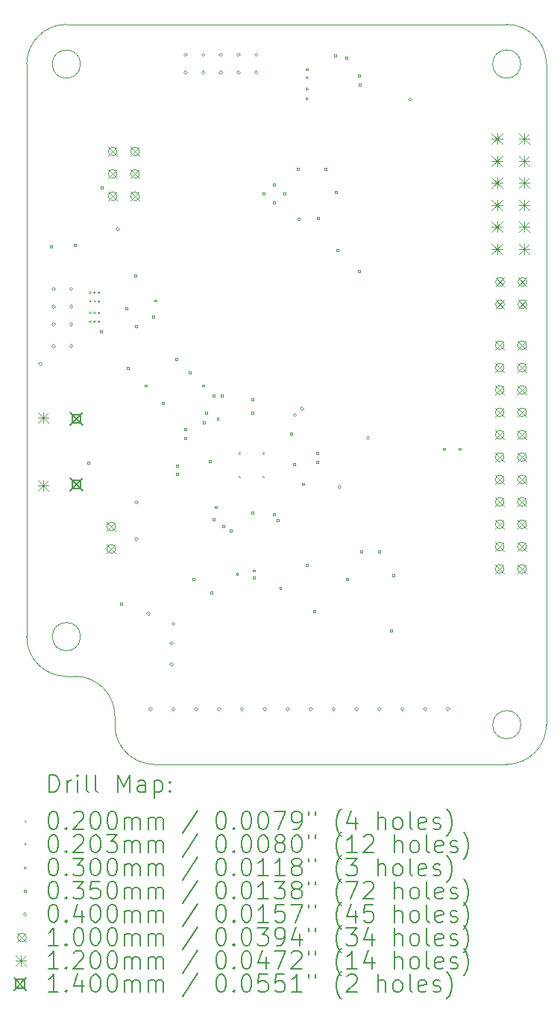
<source format=gbr>
%TF.GenerationSoftware,KiCad,Pcbnew,7.0.9*%
%TF.CreationDate,2025-04-01T16:19:53-06:00*%
%TF.ProjectId,Power_Supply_Brain,506f7765-725f-4537-9570-706c795f4272,rev?*%
%TF.SameCoordinates,Original*%
%TF.FileFunction,Drillmap*%
%TF.FilePolarity,Positive*%
%FSLAX45Y45*%
G04 Gerber Fmt 4.5, Leading zero omitted, Abs format (unit mm)*
G04 Created by KiCad (PCBNEW 7.0.9) date 2025-04-01 16:19:53*
%MOMM*%
%LPD*%
G01*
G04 APERTURE LIST*
%ADD10C,0.100000*%
%ADD11C,0.200000*%
%ADD12C,0.120000*%
%ADD13C,0.140000*%
G04 APERTURE END LIST*
D10*
X17450000Y-14500000D02*
G75*
G03*
X17900000Y-14050000I0J450000D01*
G01*
X17900000Y-6550000D02*
G75*
G03*
X17450000Y-6100000I-450000J0D01*
G01*
X12450000Y-6100000D02*
G75*
G03*
X12000000Y-6550000I0J-450000D01*
G01*
X12610000Y-6550000D02*
G75*
G03*
X12610000Y-6550000I-160000J0D01*
G01*
X17900000Y-14050000D02*
X17900000Y-6550000D01*
X17610000Y-6550000D02*
G75*
G03*
X17610000Y-6550000I-160000J0D01*
G01*
X13000000Y-14050000D02*
G75*
G03*
X13450000Y-14500000I450000J0D01*
G01*
X17610000Y-14050000D02*
G75*
G03*
X17610000Y-14050000I-160000J0D01*
G01*
X12000000Y-13050000D02*
X12000000Y-6550000D01*
X12450000Y-13500000D02*
X12550000Y-13500000D01*
X13000000Y-14050000D02*
X13000000Y-13950000D01*
X13450000Y-14500000D02*
X17450000Y-14500000D01*
X12610000Y-13050000D02*
G75*
G03*
X12610000Y-13050000I-160000J0D01*
G01*
X13000000Y-13950000D02*
G75*
G03*
X12550000Y-13500000I-450000J0D01*
G01*
X12450000Y-6100000D02*
X17450000Y-6100000D01*
X12000000Y-13050000D02*
G75*
G03*
X12450000Y-13500000I450000J0D01*
G01*
D11*
D10*
X14405000Y-10955000D02*
X14425000Y-10975000D01*
X14425000Y-10955000D02*
X14405000Y-10975000D01*
X14405000Y-11225000D02*
X14425000Y-11245000D01*
X14425000Y-11225000D02*
X14405000Y-11245000D01*
X14675000Y-10955000D02*
X14695000Y-10975000D01*
X14695000Y-10955000D02*
X14675000Y-10975000D01*
X14675000Y-11225000D02*
X14695000Y-11245000D01*
X14695000Y-11225000D02*
X14675000Y-11245000D01*
X12731160Y-9145000D02*
G75*
G03*
X12731160Y-9145000I-10160J0D01*
G01*
X12731160Y-9245000D02*
G75*
G03*
X12731160Y-9245000I-10160J0D01*
G01*
X12731160Y-9375000D02*
G75*
G03*
X12731160Y-9375000I-10160J0D01*
G01*
X12731160Y-9475000D02*
G75*
G03*
X12731160Y-9475000I-10160J0D01*
G01*
X12781160Y-9145000D02*
G75*
G03*
X12781160Y-9145000I-10160J0D01*
G01*
X12781160Y-9245000D02*
G75*
G03*
X12781160Y-9245000I-10160J0D01*
G01*
X12781160Y-9375000D02*
G75*
G03*
X12781160Y-9375000I-10160J0D01*
G01*
X12781160Y-9475000D02*
G75*
G03*
X12781160Y-9475000I-10160J0D01*
G01*
X12831160Y-9145000D02*
G75*
G03*
X12831160Y-9145000I-10160J0D01*
G01*
X12831160Y-9245000D02*
G75*
G03*
X12831160Y-9245000I-10160J0D01*
G01*
X12831160Y-9375000D02*
G75*
G03*
X12831160Y-9375000I-10160J0D01*
G01*
X12831160Y-9475000D02*
G75*
G03*
X12831160Y-9475000I-10160J0D01*
G01*
X15180000Y-6685000D02*
X15180000Y-6715000D01*
X15165000Y-6700000D02*
X15195000Y-6700000D01*
X15180000Y-6815000D02*
X15180000Y-6845000D01*
X15165000Y-6830000D02*
X15195000Y-6830000D01*
X15180000Y-6925000D02*
X15180000Y-6955000D01*
X15165000Y-6940000D02*
X15195000Y-6940000D01*
X12292374Y-8632375D02*
X12292374Y-8607626D01*
X12267625Y-8607626D01*
X12267625Y-8632375D01*
X12292374Y-8632375D01*
X12562374Y-8617375D02*
X12562374Y-8592626D01*
X12537625Y-8592626D01*
X12537625Y-8617375D01*
X12562374Y-8617375D01*
X12712374Y-11092375D02*
X12712374Y-11067626D01*
X12687625Y-11067626D01*
X12687625Y-11092375D01*
X12712374Y-11092375D01*
X12852374Y-9597375D02*
X12852374Y-9572626D01*
X12827625Y-9572626D01*
X12827625Y-9597375D01*
X12852374Y-9597375D01*
X12868380Y-7968430D02*
X12868380Y-7943681D01*
X12843631Y-7943681D01*
X12843631Y-7968430D01*
X12868380Y-7968430D01*
X13082374Y-12692374D02*
X13082374Y-12667625D01*
X13057625Y-12667625D01*
X13057625Y-12692374D01*
X13082374Y-12692374D01*
X13142374Y-9337375D02*
X13142374Y-9312626D01*
X13117625Y-9312626D01*
X13117625Y-9337375D01*
X13142374Y-9337375D01*
X13162374Y-10012375D02*
X13162374Y-9987626D01*
X13137625Y-9987626D01*
X13137625Y-10012375D01*
X13162374Y-10012375D01*
X13242374Y-8962375D02*
X13242374Y-8937626D01*
X13217625Y-8937626D01*
X13217625Y-8962375D01*
X13242374Y-8962375D01*
X13252374Y-9542375D02*
X13252374Y-9517626D01*
X13227625Y-9517626D01*
X13227625Y-9542375D01*
X13252374Y-9542375D01*
X13362374Y-10212375D02*
X13362374Y-10187626D01*
X13337625Y-10187626D01*
X13337625Y-10212375D01*
X13362374Y-10212375D01*
X13452374Y-9427375D02*
X13452374Y-9402626D01*
X13427625Y-9402626D01*
X13427625Y-9427375D01*
X13452374Y-9427375D01*
X13472374Y-9247375D02*
X13472374Y-9222626D01*
X13447625Y-9222626D01*
X13447625Y-9247375D01*
X13472374Y-9247375D01*
X13562374Y-10412375D02*
X13562374Y-10387626D01*
X13537625Y-10387626D01*
X13537625Y-10412375D01*
X13562374Y-10412375D01*
X13712374Y-9912375D02*
X13712374Y-9887626D01*
X13687625Y-9887626D01*
X13687625Y-9912375D01*
X13712374Y-9912375D01*
X13721374Y-11119375D02*
X13721374Y-11094626D01*
X13696625Y-11094626D01*
X13696625Y-11119375D01*
X13721374Y-11119375D01*
X13721374Y-11219374D02*
X13721374Y-11194625D01*
X13696625Y-11194625D01*
X13696625Y-11219374D01*
X13721374Y-11219374D01*
X13811374Y-10709375D02*
X13811374Y-10684626D01*
X13786625Y-10684626D01*
X13786625Y-10709375D01*
X13811374Y-10709375D01*
X13811374Y-10809375D02*
X13811374Y-10784626D01*
X13786625Y-10784626D01*
X13786625Y-10809375D01*
X13811374Y-10809375D01*
X13862374Y-10062375D02*
X13862374Y-10037626D01*
X13837625Y-10037626D01*
X13837625Y-10062375D01*
X13862374Y-10062375D01*
X13902424Y-12412374D02*
X13902424Y-12387625D01*
X13877675Y-12387625D01*
X13877675Y-12412374D01*
X13902424Y-12412374D01*
X14012374Y-10212375D02*
X14012374Y-10187626D01*
X13987625Y-10187626D01*
X13987625Y-10212375D01*
X14012374Y-10212375D01*
X14022374Y-10632375D02*
X14022374Y-10607626D01*
X13997625Y-10607626D01*
X13997625Y-10632375D01*
X14022374Y-10632375D01*
X14052374Y-10520375D02*
X14052374Y-10495626D01*
X14027625Y-10495626D01*
X14027625Y-10520375D01*
X14052374Y-10520375D01*
X14092374Y-11072375D02*
X14092374Y-11047626D01*
X14067625Y-11047626D01*
X14067625Y-11072375D01*
X14092374Y-11072375D01*
X14112374Y-12562374D02*
X14112374Y-12537625D01*
X14087625Y-12537625D01*
X14087625Y-12562374D01*
X14112374Y-12562374D01*
X14131374Y-10329375D02*
X14131374Y-10304626D01*
X14106625Y-10304626D01*
X14106625Y-10329375D01*
X14131374Y-10329375D01*
X14132374Y-11732374D02*
X14132374Y-11707625D01*
X14107625Y-11707625D01*
X14107625Y-11732374D01*
X14132374Y-11732374D01*
X14162374Y-11592374D02*
X14162374Y-11567625D01*
X14137625Y-11567625D01*
X14137625Y-11592374D01*
X14162374Y-11592374D01*
X14181374Y-10592375D02*
X14181374Y-10567626D01*
X14156625Y-10567626D01*
X14156625Y-10592375D01*
X14181374Y-10592375D01*
X14231374Y-10329375D02*
X14231374Y-10304626D01*
X14206625Y-10304626D01*
X14206625Y-10329375D01*
X14231374Y-10329375D01*
X14242374Y-11812374D02*
X14242374Y-11787625D01*
X14217625Y-11787625D01*
X14217625Y-11812374D01*
X14242374Y-11812374D01*
X14332374Y-11862374D02*
X14332374Y-11837625D01*
X14307625Y-11837625D01*
X14307625Y-11862374D01*
X14332374Y-11862374D01*
X14401567Y-12351796D02*
X14401567Y-12327047D01*
X14376818Y-12327047D01*
X14376818Y-12351796D01*
X14401567Y-12351796D01*
X14572324Y-11652374D02*
X14572324Y-11627625D01*
X14547575Y-11627625D01*
X14547575Y-11652374D01*
X14572324Y-11652374D01*
X14576319Y-10372375D02*
X14576319Y-10347626D01*
X14551570Y-10347626D01*
X14551570Y-10372375D01*
X14576319Y-10372375D01*
X14576319Y-10524875D02*
X14576319Y-10500126D01*
X14551570Y-10500126D01*
X14551570Y-10524875D01*
X14576319Y-10524875D01*
X14592374Y-12312374D02*
X14592374Y-12287625D01*
X14567625Y-12287625D01*
X14567625Y-12312374D01*
X14592374Y-12312374D01*
X14592374Y-12392374D02*
X14592374Y-12367625D01*
X14567625Y-12367625D01*
X14567625Y-12392374D01*
X14592374Y-12392374D01*
X14702374Y-8032374D02*
X14702374Y-8007625D01*
X14677625Y-8007625D01*
X14677625Y-8032374D01*
X14702374Y-8032374D01*
X14821751Y-11672998D02*
X14821751Y-11648249D01*
X14797002Y-11648249D01*
X14797002Y-11672998D01*
X14821751Y-11672998D01*
X14822374Y-7932374D02*
X14822374Y-7907625D01*
X14797625Y-7907625D01*
X14797625Y-7932374D01*
X14822374Y-7932374D01*
X14822374Y-8132374D02*
X14822374Y-8107625D01*
X14797625Y-8107625D01*
X14797625Y-8132374D01*
X14822374Y-8132374D01*
X14862374Y-11742374D02*
X14862374Y-11717625D01*
X14837625Y-11717625D01*
X14837625Y-11742374D01*
X14862374Y-11742374D01*
X14892374Y-12512374D02*
X14892374Y-12487625D01*
X14867625Y-12487625D01*
X14867625Y-12512374D01*
X14892374Y-12512374D01*
X14942374Y-8032374D02*
X14942374Y-8007625D01*
X14917625Y-8007625D01*
X14917625Y-8032374D01*
X14942374Y-8032374D01*
X15014874Y-10762375D02*
X15014874Y-10737626D01*
X14990125Y-10737626D01*
X14990125Y-10762375D01*
X15014874Y-10762375D01*
X15052374Y-11102375D02*
X15052374Y-11077626D01*
X15027625Y-11077626D01*
X15027625Y-11102375D01*
X15052374Y-11102375D01*
X15092374Y-7752374D02*
X15092374Y-7727625D01*
X15067625Y-7727625D01*
X15067625Y-7752374D01*
X15092374Y-7752374D01*
X15102374Y-8322374D02*
X15102374Y-8297625D01*
X15077625Y-8297625D01*
X15077625Y-8322374D01*
X15102374Y-8322374D01*
X15152374Y-11329824D02*
X15152374Y-11305075D01*
X15127625Y-11305075D01*
X15127625Y-11329824D01*
X15152374Y-11329824D01*
X15192374Y-6622374D02*
X15192374Y-6597625D01*
X15167625Y-6597625D01*
X15167625Y-6622374D01*
X15192374Y-6622374D01*
X15192374Y-12252374D02*
X15192374Y-12227625D01*
X15167625Y-12227625D01*
X15167625Y-12252374D01*
X15192374Y-12252374D01*
X15277374Y-12777374D02*
X15277374Y-12752625D01*
X15252625Y-12752625D01*
X15252625Y-12777374D01*
X15277374Y-12777374D01*
X15312374Y-10982375D02*
X15312374Y-10957626D01*
X15287625Y-10957626D01*
X15287625Y-10982375D01*
X15312374Y-10982375D01*
X15312374Y-11082375D02*
X15312374Y-11057626D01*
X15287625Y-11057626D01*
X15287625Y-11082375D01*
X15312374Y-11082375D01*
X15322374Y-8312374D02*
X15322374Y-8287625D01*
X15297625Y-8287625D01*
X15297625Y-8312374D01*
X15322374Y-8312374D01*
X15402374Y-7752374D02*
X15402374Y-7727625D01*
X15377625Y-7727625D01*
X15377625Y-7752374D01*
X15402374Y-7752374D01*
X15512374Y-6462374D02*
X15512374Y-6437625D01*
X15487625Y-6437625D01*
X15487625Y-6462374D01*
X15512374Y-6462374D01*
X15522374Y-8012374D02*
X15522374Y-7987625D01*
X15497625Y-7987625D01*
X15497625Y-8012374D01*
X15522374Y-8012374D01*
X15542374Y-8672375D02*
X15542374Y-8647626D01*
X15517625Y-8647626D01*
X15517625Y-8672375D01*
X15542374Y-8672375D01*
X15644374Y-6492374D02*
X15644374Y-6467625D01*
X15619625Y-6467625D01*
X15619625Y-6492374D01*
X15644374Y-6492374D01*
X15652374Y-12412374D02*
X15652374Y-12387625D01*
X15627625Y-12387625D01*
X15627625Y-12412374D01*
X15652374Y-12412374D01*
X15782374Y-6692374D02*
X15782374Y-6667625D01*
X15757625Y-6667625D01*
X15757625Y-6692374D01*
X15782374Y-6692374D01*
X15782374Y-8912375D02*
X15782374Y-8887626D01*
X15757625Y-8887626D01*
X15757625Y-8912375D01*
X15782374Y-8912375D01*
X15792374Y-6792374D02*
X15792374Y-6767625D01*
X15767625Y-6767625D01*
X15767625Y-6792374D01*
X15792374Y-6792374D01*
X15812374Y-12097374D02*
X15812374Y-12072625D01*
X15787625Y-12072625D01*
X15787625Y-12097374D01*
X15812374Y-12097374D01*
X16012374Y-12097374D02*
X16012374Y-12072625D01*
X15987625Y-12072625D01*
X15987625Y-12097374D01*
X16012374Y-12097374D01*
X16147374Y-12992374D02*
X16147374Y-12967625D01*
X16122625Y-12967625D01*
X16122625Y-12992374D01*
X16147374Y-12992374D01*
X16172374Y-12367374D02*
X16172374Y-12342625D01*
X16147625Y-12342625D01*
X16147625Y-12367374D01*
X16172374Y-12367374D01*
X16752374Y-10932375D02*
X16752374Y-10907626D01*
X16727625Y-10907626D01*
X16727625Y-10932375D01*
X16752374Y-10932375D01*
X16932375Y-10932375D02*
X16932375Y-10907626D01*
X16907626Y-10907626D01*
X16907626Y-10932375D01*
X16932375Y-10932375D01*
X12150000Y-9970000D02*
X12170000Y-9950000D01*
X12150000Y-9930000D01*
X12130000Y-9950000D01*
X12150000Y-9970000D01*
X12300000Y-9120000D02*
X12320000Y-9100000D01*
X12300000Y-9080000D01*
X12280000Y-9100000D01*
X12300000Y-9120000D01*
X12300000Y-9320000D02*
X12320000Y-9300000D01*
X12300000Y-9280000D01*
X12280000Y-9300000D01*
X12300000Y-9320000D01*
X12300000Y-9520000D02*
X12320000Y-9500000D01*
X12300000Y-9480000D01*
X12280000Y-9500000D01*
X12300000Y-9520000D01*
X12300000Y-9770000D02*
X12320000Y-9750000D01*
X12300000Y-9730000D01*
X12280000Y-9750000D01*
X12300000Y-9770000D01*
X12500000Y-9120000D02*
X12520000Y-9100000D01*
X12500000Y-9080000D01*
X12480000Y-9100000D01*
X12500000Y-9120000D01*
X12500000Y-9320000D02*
X12520000Y-9300000D01*
X12500000Y-9280000D01*
X12480000Y-9300000D01*
X12500000Y-9320000D01*
X12500000Y-9520000D02*
X12520000Y-9500000D01*
X12500000Y-9480000D01*
X12480000Y-9500000D01*
X12500000Y-9520000D01*
X12500000Y-9770000D02*
X12520000Y-9750000D01*
X12500000Y-9730000D01*
X12480000Y-9750000D01*
X12500000Y-9770000D01*
X13030000Y-8440000D02*
X13050000Y-8420000D01*
X13030000Y-8400000D01*
X13010000Y-8420000D01*
X13030000Y-8440000D01*
X13240000Y-11540000D02*
X13260000Y-11520000D01*
X13240000Y-11500000D01*
X13220000Y-11520000D01*
X13240000Y-11540000D01*
X13240000Y-11960000D02*
X13260000Y-11940000D01*
X13240000Y-11920000D01*
X13220000Y-11940000D01*
X13240000Y-11960000D01*
X13380000Y-12804950D02*
X13400000Y-12784950D01*
X13380000Y-12764950D01*
X13360000Y-12784950D01*
X13380000Y-12804950D01*
X13400000Y-13890000D02*
X13420000Y-13870000D01*
X13400000Y-13850000D01*
X13380000Y-13870000D01*
X13400000Y-13890000D01*
X13640000Y-13140000D02*
X13660000Y-13120000D01*
X13640000Y-13100000D01*
X13620000Y-13120000D01*
X13640000Y-13140000D01*
X13640000Y-13380000D02*
X13660000Y-13360000D01*
X13640000Y-13340000D01*
X13620000Y-13360000D01*
X13640000Y-13380000D01*
X13660000Y-12920000D02*
X13680000Y-12900000D01*
X13660000Y-12880000D01*
X13640000Y-12900000D01*
X13660000Y-12920000D01*
X13660000Y-13890000D02*
X13680000Y-13870000D01*
X13660000Y-13850000D01*
X13640000Y-13870000D01*
X13660000Y-13890000D01*
X13800000Y-6460000D02*
X13820000Y-6440000D01*
X13800000Y-6420000D01*
X13780000Y-6440000D01*
X13800000Y-6460000D01*
X13800000Y-6660000D02*
X13820000Y-6640000D01*
X13800000Y-6620000D01*
X13780000Y-6640000D01*
X13800000Y-6660000D01*
X13920000Y-13890000D02*
X13940000Y-13870000D01*
X13920000Y-13850000D01*
X13900000Y-13870000D01*
X13920000Y-13890000D01*
X14000000Y-6460000D02*
X14020000Y-6440000D01*
X14000000Y-6420000D01*
X13980000Y-6440000D01*
X14000000Y-6460000D01*
X14000000Y-6660000D02*
X14020000Y-6640000D01*
X14000000Y-6620000D01*
X13980000Y-6640000D01*
X14000000Y-6660000D01*
X14180000Y-13890000D02*
X14200000Y-13870000D01*
X14180000Y-13850000D01*
X14160000Y-13870000D01*
X14180000Y-13890000D01*
X14200000Y-6460000D02*
X14220000Y-6440000D01*
X14200000Y-6420000D01*
X14180000Y-6440000D01*
X14200000Y-6460000D01*
X14200000Y-6660000D02*
X14220000Y-6640000D01*
X14200000Y-6620000D01*
X14180000Y-6640000D01*
X14200000Y-6660000D01*
X14400000Y-6460000D02*
X14420000Y-6440000D01*
X14400000Y-6420000D01*
X14380000Y-6440000D01*
X14400000Y-6460000D01*
X14400000Y-6660000D02*
X14420000Y-6640000D01*
X14400000Y-6620000D01*
X14380000Y-6640000D01*
X14400000Y-6660000D01*
X14440000Y-13890000D02*
X14460000Y-13870000D01*
X14440000Y-13850000D01*
X14420000Y-13870000D01*
X14440000Y-13890000D01*
X14600000Y-6460000D02*
X14620000Y-6440000D01*
X14600000Y-6420000D01*
X14580000Y-6440000D01*
X14600000Y-6460000D01*
X14600000Y-6660000D02*
X14620000Y-6640000D01*
X14600000Y-6620000D01*
X14580000Y-6640000D01*
X14600000Y-6660000D01*
X14700000Y-13890000D02*
X14720000Y-13870000D01*
X14700000Y-13850000D01*
X14680000Y-13870000D01*
X14700000Y-13890000D01*
X14960000Y-13890000D02*
X14980000Y-13870000D01*
X14960000Y-13850000D01*
X14940000Y-13870000D01*
X14960000Y-13890000D01*
X15040000Y-10550000D02*
X15060000Y-10530000D01*
X15040000Y-10510000D01*
X15020000Y-10530000D01*
X15040000Y-10550000D01*
X15120000Y-10480000D02*
X15140000Y-10460000D01*
X15120000Y-10440000D01*
X15100000Y-10460000D01*
X15120000Y-10480000D01*
X15220000Y-13890000D02*
X15240000Y-13870000D01*
X15220000Y-13850000D01*
X15200000Y-13870000D01*
X15220000Y-13890000D01*
X15480000Y-13890000D02*
X15500000Y-13870000D01*
X15480000Y-13850000D01*
X15460000Y-13870000D01*
X15480000Y-13890000D01*
X15550000Y-11370000D02*
X15570000Y-11350000D01*
X15550000Y-11330000D01*
X15530000Y-11350000D01*
X15550000Y-11370000D01*
X15740000Y-13890000D02*
X15760000Y-13870000D01*
X15740000Y-13850000D01*
X15720000Y-13870000D01*
X15740000Y-13890000D01*
X15870000Y-10810000D02*
X15890000Y-10790000D01*
X15870000Y-10770000D01*
X15850000Y-10790000D01*
X15870000Y-10810000D01*
X16000000Y-13890000D02*
X16020000Y-13870000D01*
X16000000Y-13850000D01*
X15980000Y-13870000D01*
X16000000Y-13890000D01*
X16260000Y-13890000D02*
X16280000Y-13870000D01*
X16260000Y-13850000D01*
X16240000Y-13870000D01*
X16260000Y-13890000D01*
X16350000Y-6970000D02*
X16370000Y-6950000D01*
X16350000Y-6930000D01*
X16330000Y-6950000D01*
X16350000Y-6970000D01*
X16520000Y-13890000D02*
X16540000Y-13870000D01*
X16520000Y-13850000D01*
X16500000Y-13870000D01*
X16520000Y-13890000D01*
X16780000Y-13890000D02*
X16800000Y-13870000D01*
X16780000Y-13850000D01*
X16760000Y-13870000D01*
X16780000Y-13890000D01*
X12910000Y-11750000D02*
X13010000Y-11850000D01*
X13010000Y-11750000D02*
X12910000Y-11850000D01*
X13010000Y-11800000D02*
G75*
G03*
X13010000Y-11800000I-50000J0D01*
G01*
X12910000Y-12004000D02*
X13010000Y-12104000D01*
X13010000Y-12004000D02*
X12910000Y-12104000D01*
X13010000Y-12054000D02*
G75*
G03*
X13010000Y-12054000I-50000J0D01*
G01*
X12926000Y-7492000D02*
X13026000Y-7592000D01*
X13026000Y-7492000D02*
X12926000Y-7592000D01*
X13026000Y-7542000D02*
G75*
G03*
X13026000Y-7542000I-50000J0D01*
G01*
X12926000Y-7746000D02*
X13026000Y-7846000D01*
X13026000Y-7746000D02*
X12926000Y-7846000D01*
X13026000Y-7796000D02*
G75*
G03*
X13026000Y-7796000I-50000J0D01*
G01*
X12926000Y-8000000D02*
X13026000Y-8100000D01*
X13026000Y-8000000D02*
X12926000Y-8100000D01*
X13026000Y-8050000D02*
G75*
G03*
X13026000Y-8050000I-50000J0D01*
G01*
X13180000Y-7492000D02*
X13280000Y-7592000D01*
X13280000Y-7492000D02*
X13180000Y-7592000D01*
X13280000Y-7542000D02*
G75*
G03*
X13280000Y-7542000I-50000J0D01*
G01*
X13180000Y-7746000D02*
X13280000Y-7846000D01*
X13280000Y-7746000D02*
X13180000Y-7846000D01*
X13280000Y-7796000D02*
G75*
G03*
X13280000Y-7796000I-50000J0D01*
G01*
X13180000Y-8000000D02*
X13280000Y-8100000D01*
X13280000Y-8000000D02*
X13180000Y-8100000D01*
X13280000Y-8050000D02*
G75*
G03*
X13280000Y-8050000I-50000J0D01*
G01*
X17321000Y-9692000D02*
X17421000Y-9792000D01*
X17421000Y-9692000D02*
X17321000Y-9792000D01*
X17421000Y-9742000D02*
G75*
G03*
X17421000Y-9742000I-50000J0D01*
G01*
X17321000Y-9946000D02*
X17421000Y-10046000D01*
X17421000Y-9946000D02*
X17321000Y-10046000D01*
X17421000Y-9996000D02*
G75*
G03*
X17421000Y-9996000I-50000J0D01*
G01*
X17321000Y-10200000D02*
X17421000Y-10300000D01*
X17421000Y-10200000D02*
X17321000Y-10300000D01*
X17421000Y-10250000D02*
G75*
G03*
X17421000Y-10250000I-50000J0D01*
G01*
X17321000Y-10454000D02*
X17421000Y-10554000D01*
X17421000Y-10454000D02*
X17321000Y-10554000D01*
X17421000Y-10504000D02*
G75*
G03*
X17421000Y-10504000I-50000J0D01*
G01*
X17321000Y-10708000D02*
X17421000Y-10808000D01*
X17421000Y-10708000D02*
X17321000Y-10808000D01*
X17421000Y-10758000D02*
G75*
G03*
X17421000Y-10758000I-50000J0D01*
G01*
X17321000Y-10962000D02*
X17421000Y-11062000D01*
X17421000Y-10962000D02*
X17321000Y-11062000D01*
X17421000Y-11012000D02*
G75*
G03*
X17421000Y-11012000I-50000J0D01*
G01*
X17321000Y-11216000D02*
X17421000Y-11316000D01*
X17421000Y-11216000D02*
X17321000Y-11316000D01*
X17421000Y-11266000D02*
G75*
G03*
X17421000Y-11266000I-50000J0D01*
G01*
X17321000Y-11470000D02*
X17421000Y-11570000D01*
X17421000Y-11470000D02*
X17321000Y-11570000D01*
X17421000Y-11520000D02*
G75*
G03*
X17421000Y-11520000I-50000J0D01*
G01*
X17321000Y-11724000D02*
X17421000Y-11824000D01*
X17421000Y-11724000D02*
X17321000Y-11824000D01*
X17421000Y-11774000D02*
G75*
G03*
X17421000Y-11774000I-50000J0D01*
G01*
X17321000Y-11978000D02*
X17421000Y-12078000D01*
X17421000Y-11978000D02*
X17321000Y-12078000D01*
X17421000Y-12028000D02*
G75*
G03*
X17421000Y-12028000I-50000J0D01*
G01*
X17321000Y-12232000D02*
X17421000Y-12332000D01*
X17421000Y-12232000D02*
X17321000Y-12332000D01*
X17421000Y-12282000D02*
G75*
G03*
X17421000Y-12282000I-50000J0D01*
G01*
X17323500Y-8973500D02*
X17423500Y-9073500D01*
X17423500Y-8973500D02*
X17323500Y-9073500D01*
X17423500Y-9023500D02*
G75*
G03*
X17423500Y-9023500I-50000J0D01*
G01*
X17323500Y-9227500D02*
X17423500Y-9327500D01*
X17423500Y-9227500D02*
X17323500Y-9327500D01*
X17423500Y-9277500D02*
G75*
G03*
X17423500Y-9277500I-50000J0D01*
G01*
X17575000Y-9692000D02*
X17675000Y-9792000D01*
X17675000Y-9692000D02*
X17575000Y-9792000D01*
X17675000Y-9742000D02*
G75*
G03*
X17675000Y-9742000I-50000J0D01*
G01*
X17575000Y-9946000D02*
X17675000Y-10046000D01*
X17675000Y-9946000D02*
X17575000Y-10046000D01*
X17675000Y-9996000D02*
G75*
G03*
X17675000Y-9996000I-50000J0D01*
G01*
X17575000Y-10200000D02*
X17675000Y-10300000D01*
X17675000Y-10200000D02*
X17575000Y-10300000D01*
X17675000Y-10250000D02*
G75*
G03*
X17675000Y-10250000I-50000J0D01*
G01*
X17575000Y-10454000D02*
X17675000Y-10554000D01*
X17675000Y-10454000D02*
X17575000Y-10554000D01*
X17675000Y-10504000D02*
G75*
G03*
X17675000Y-10504000I-50000J0D01*
G01*
X17575000Y-10708000D02*
X17675000Y-10808000D01*
X17675000Y-10708000D02*
X17575000Y-10808000D01*
X17675000Y-10758000D02*
G75*
G03*
X17675000Y-10758000I-50000J0D01*
G01*
X17575000Y-10962000D02*
X17675000Y-11062000D01*
X17675000Y-10962000D02*
X17575000Y-11062000D01*
X17675000Y-11012000D02*
G75*
G03*
X17675000Y-11012000I-50000J0D01*
G01*
X17575000Y-11216000D02*
X17675000Y-11316000D01*
X17675000Y-11216000D02*
X17575000Y-11316000D01*
X17675000Y-11266000D02*
G75*
G03*
X17675000Y-11266000I-50000J0D01*
G01*
X17575000Y-11470000D02*
X17675000Y-11570000D01*
X17675000Y-11470000D02*
X17575000Y-11570000D01*
X17675000Y-11520000D02*
G75*
G03*
X17675000Y-11520000I-50000J0D01*
G01*
X17575000Y-11724000D02*
X17675000Y-11824000D01*
X17675000Y-11724000D02*
X17575000Y-11824000D01*
X17675000Y-11774000D02*
G75*
G03*
X17675000Y-11774000I-50000J0D01*
G01*
X17575000Y-11978000D02*
X17675000Y-12078000D01*
X17675000Y-11978000D02*
X17575000Y-12078000D01*
X17675000Y-12028000D02*
G75*
G03*
X17675000Y-12028000I-50000J0D01*
G01*
X17575000Y-12232000D02*
X17675000Y-12332000D01*
X17675000Y-12232000D02*
X17575000Y-12332000D01*
X17675000Y-12282000D02*
G75*
G03*
X17675000Y-12282000I-50000J0D01*
G01*
X17577500Y-8973500D02*
X17677500Y-9073500D01*
X17677500Y-8973500D02*
X17577500Y-9073500D01*
X17677500Y-9023500D02*
G75*
G03*
X17677500Y-9023500I-50000J0D01*
G01*
X17577500Y-9227500D02*
X17677500Y-9327500D01*
X17677500Y-9227500D02*
X17577500Y-9327500D01*
X17677500Y-9277500D02*
G75*
G03*
X17677500Y-9277500I-50000J0D01*
G01*
D12*
X12125000Y-10502500D02*
X12245000Y-10622500D01*
X12245000Y-10502500D02*
X12125000Y-10622500D01*
X12185000Y-10502500D02*
X12185000Y-10622500D01*
X12125000Y-10562500D02*
X12245000Y-10562500D01*
X12125000Y-11277500D02*
X12245000Y-11397500D01*
X12245000Y-11277500D02*
X12125000Y-11397500D01*
X12185000Y-11277500D02*
X12185000Y-11397500D01*
X12125000Y-11337500D02*
X12245000Y-11337500D01*
X17280000Y-7340000D02*
X17400000Y-7460000D01*
X17400000Y-7340000D02*
X17280000Y-7460000D01*
X17340000Y-7340000D02*
X17340000Y-7460000D01*
X17280000Y-7400000D02*
X17400000Y-7400000D01*
X17280000Y-7590000D02*
X17400000Y-7710000D01*
X17400000Y-7590000D02*
X17280000Y-7710000D01*
X17340000Y-7590000D02*
X17340000Y-7710000D01*
X17280000Y-7650000D02*
X17400000Y-7650000D01*
X17280000Y-7840000D02*
X17400000Y-7960000D01*
X17400000Y-7840000D02*
X17280000Y-7960000D01*
X17340000Y-7840000D02*
X17340000Y-7960000D01*
X17280000Y-7900000D02*
X17400000Y-7900000D01*
X17280000Y-8090000D02*
X17400000Y-8210000D01*
X17400000Y-8090000D02*
X17280000Y-8210000D01*
X17340000Y-8090000D02*
X17340000Y-8210000D01*
X17280000Y-8150000D02*
X17400000Y-8150000D01*
X17280000Y-8340000D02*
X17400000Y-8460000D01*
X17400000Y-8340000D02*
X17280000Y-8460000D01*
X17340000Y-8340000D02*
X17340000Y-8460000D01*
X17280000Y-8400000D02*
X17400000Y-8400000D01*
X17280000Y-8590000D02*
X17400000Y-8710000D01*
X17400000Y-8590000D02*
X17280000Y-8710000D01*
X17340000Y-8590000D02*
X17340000Y-8710000D01*
X17280000Y-8650000D02*
X17400000Y-8650000D01*
X17590000Y-7340000D02*
X17710000Y-7460000D01*
X17710000Y-7340000D02*
X17590000Y-7460000D01*
X17650000Y-7340000D02*
X17650000Y-7460000D01*
X17590000Y-7400000D02*
X17710000Y-7400000D01*
X17590000Y-7590000D02*
X17710000Y-7710000D01*
X17710000Y-7590000D02*
X17590000Y-7710000D01*
X17650000Y-7590000D02*
X17650000Y-7710000D01*
X17590000Y-7650000D02*
X17710000Y-7650000D01*
X17590000Y-7840000D02*
X17710000Y-7960000D01*
X17710000Y-7840000D02*
X17590000Y-7960000D01*
X17650000Y-7840000D02*
X17650000Y-7960000D01*
X17590000Y-7900000D02*
X17710000Y-7900000D01*
X17590000Y-8090000D02*
X17710000Y-8210000D01*
X17710000Y-8090000D02*
X17590000Y-8210000D01*
X17650000Y-8090000D02*
X17650000Y-8210000D01*
X17590000Y-8150000D02*
X17710000Y-8150000D01*
X17590000Y-8340000D02*
X17710000Y-8460000D01*
X17710000Y-8340000D02*
X17590000Y-8460000D01*
X17650000Y-8340000D02*
X17650000Y-8460000D01*
X17590000Y-8400000D02*
X17710000Y-8400000D01*
X17590000Y-8590000D02*
X17710000Y-8710000D01*
X17710000Y-8590000D02*
X17590000Y-8710000D01*
X17650000Y-8590000D02*
X17650000Y-8710000D01*
X17590000Y-8650000D02*
X17710000Y-8650000D01*
D13*
X12495000Y-10507500D02*
X12635000Y-10647500D01*
X12635000Y-10507500D02*
X12495000Y-10647500D01*
X12614498Y-10626998D02*
X12614498Y-10528002D01*
X12515502Y-10528002D01*
X12515502Y-10626998D01*
X12614498Y-10626998D01*
X12495000Y-11252500D02*
X12635000Y-11392500D01*
X12635000Y-11252500D02*
X12495000Y-11392500D01*
X12614498Y-11371998D02*
X12614498Y-11273002D01*
X12515502Y-11273002D01*
X12515502Y-11371998D01*
X12614498Y-11371998D01*
D11*
X12255777Y-14816484D02*
X12255777Y-14616484D01*
X12255777Y-14616484D02*
X12303396Y-14616484D01*
X12303396Y-14616484D02*
X12331967Y-14626008D01*
X12331967Y-14626008D02*
X12351015Y-14645055D01*
X12351015Y-14645055D02*
X12360539Y-14664103D01*
X12360539Y-14664103D02*
X12370062Y-14702198D01*
X12370062Y-14702198D02*
X12370062Y-14730769D01*
X12370062Y-14730769D02*
X12360539Y-14768865D01*
X12360539Y-14768865D02*
X12351015Y-14787912D01*
X12351015Y-14787912D02*
X12331967Y-14806960D01*
X12331967Y-14806960D02*
X12303396Y-14816484D01*
X12303396Y-14816484D02*
X12255777Y-14816484D01*
X12455777Y-14816484D02*
X12455777Y-14683150D01*
X12455777Y-14721246D02*
X12465301Y-14702198D01*
X12465301Y-14702198D02*
X12474824Y-14692674D01*
X12474824Y-14692674D02*
X12493872Y-14683150D01*
X12493872Y-14683150D02*
X12512920Y-14683150D01*
X12579586Y-14816484D02*
X12579586Y-14683150D01*
X12579586Y-14616484D02*
X12570062Y-14626008D01*
X12570062Y-14626008D02*
X12579586Y-14635531D01*
X12579586Y-14635531D02*
X12589110Y-14626008D01*
X12589110Y-14626008D02*
X12579586Y-14616484D01*
X12579586Y-14616484D02*
X12579586Y-14635531D01*
X12703396Y-14816484D02*
X12684348Y-14806960D01*
X12684348Y-14806960D02*
X12674824Y-14787912D01*
X12674824Y-14787912D02*
X12674824Y-14616484D01*
X12808158Y-14816484D02*
X12789110Y-14806960D01*
X12789110Y-14806960D02*
X12779586Y-14787912D01*
X12779586Y-14787912D02*
X12779586Y-14616484D01*
X13036729Y-14816484D02*
X13036729Y-14616484D01*
X13036729Y-14616484D02*
X13103396Y-14759341D01*
X13103396Y-14759341D02*
X13170062Y-14616484D01*
X13170062Y-14616484D02*
X13170062Y-14816484D01*
X13351015Y-14816484D02*
X13351015Y-14711722D01*
X13351015Y-14711722D02*
X13341491Y-14692674D01*
X13341491Y-14692674D02*
X13322443Y-14683150D01*
X13322443Y-14683150D02*
X13284348Y-14683150D01*
X13284348Y-14683150D02*
X13265301Y-14692674D01*
X13351015Y-14806960D02*
X13331967Y-14816484D01*
X13331967Y-14816484D02*
X13284348Y-14816484D01*
X13284348Y-14816484D02*
X13265301Y-14806960D01*
X13265301Y-14806960D02*
X13255777Y-14787912D01*
X13255777Y-14787912D02*
X13255777Y-14768865D01*
X13255777Y-14768865D02*
X13265301Y-14749817D01*
X13265301Y-14749817D02*
X13284348Y-14740293D01*
X13284348Y-14740293D02*
X13331967Y-14740293D01*
X13331967Y-14740293D02*
X13351015Y-14730769D01*
X13446253Y-14683150D02*
X13446253Y-14883150D01*
X13446253Y-14692674D02*
X13465301Y-14683150D01*
X13465301Y-14683150D02*
X13503396Y-14683150D01*
X13503396Y-14683150D02*
X13522443Y-14692674D01*
X13522443Y-14692674D02*
X13531967Y-14702198D01*
X13531967Y-14702198D02*
X13541491Y-14721246D01*
X13541491Y-14721246D02*
X13541491Y-14778388D01*
X13541491Y-14778388D02*
X13531967Y-14797436D01*
X13531967Y-14797436D02*
X13522443Y-14806960D01*
X13522443Y-14806960D02*
X13503396Y-14816484D01*
X13503396Y-14816484D02*
X13465301Y-14816484D01*
X13465301Y-14816484D02*
X13446253Y-14806960D01*
X13627205Y-14797436D02*
X13636729Y-14806960D01*
X13636729Y-14806960D02*
X13627205Y-14816484D01*
X13627205Y-14816484D02*
X13617682Y-14806960D01*
X13617682Y-14806960D02*
X13627205Y-14797436D01*
X13627205Y-14797436D02*
X13627205Y-14816484D01*
X13627205Y-14692674D02*
X13636729Y-14702198D01*
X13636729Y-14702198D02*
X13627205Y-14711722D01*
X13627205Y-14711722D02*
X13617682Y-14702198D01*
X13617682Y-14702198D02*
X13627205Y-14692674D01*
X13627205Y-14692674D02*
X13627205Y-14711722D01*
D10*
X11975000Y-15135000D02*
X11995000Y-15155000D01*
X11995000Y-15135000D02*
X11975000Y-15155000D01*
D11*
X12293872Y-15036484D02*
X12312920Y-15036484D01*
X12312920Y-15036484D02*
X12331967Y-15046008D01*
X12331967Y-15046008D02*
X12341491Y-15055531D01*
X12341491Y-15055531D02*
X12351015Y-15074579D01*
X12351015Y-15074579D02*
X12360539Y-15112674D01*
X12360539Y-15112674D02*
X12360539Y-15160293D01*
X12360539Y-15160293D02*
X12351015Y-15198388D01*
X12351015Y-15198388D02*
X12341491Y-15217436D01*
X12341491Y-15217436D02*
X12331967Y-15226960D01*
X12331967Y-15226960D02*
X12312920Y-15236484D01*
X12312920Y-15236484D02*
X12293872Y-15236484D01*
X12293872Y-15236484D02*
X12274824Y-15226960D01*
X12274824Y-15226960D02*
X12265301Y-15217436D01*
X12265301Y-15217436D02*
X12255777Y-15198388D01*
X12255777Y-15198388D02*
X12246253Y-15160293D01*
X12246253Y-15160293D02*
X12246253Y-15112674D01*
X12246253Y-15112674D02*
X12255777Y-15074579D01*
X12255777Y-15074579D02*
X12265301Y-15055531D01*
X12265301Y-15055531D02*
X12274824Y-15046008D01*
X12274824Y-15046008D02*
X12293872Y-15036484D01*
X12446253Y-15217436D02*
X12455777Y-15226960D01*
X12455777Y-15226960D02*
X12446253Y-15236484D01*
X12446253Y-15236484D02*
X12436729Y-15226960D01*
X12436729Y-15226960D02*
X12446253Y-15217436D01*
X12446253Y-15217436D02*
X12446253Y-15236484D01*
X12531967Y-15055531D02*
X12541491Y-15046008D01*
X12541491Y-15046008D02*
X12560539Y-15036484D01*
X12560539Y-15036484D02*
X12608158Y-15036484D01*
X12608158Y-15036484D02*
X12627205Y-15046008D01*
X12627205Y-15046008D02*
X12636729Y-15055531D01*
X12636729Y-15055531D02*
X12646253Y-15074579D01*
X12646253Y-15074579D02*
X12646253Y-15093627D01*
X12646253Y-15093627D02*
X12636729Y-15122198D01*
X12636729Y-15122198D02*
X12522443Y-15236484D01*
X12522443Y-15236484D02*
X12646253Y-15236484D01*
X12770062Y-15036484D02*
X12789110Y-15036484D01*
X12789110Y-15036484D02*
X12808158Y-15046008D01*
X12808158Y-15046008D02*
X12817682Y-15055531D01*
X12817682Y-15055531D02*
X12827205Y-15074579D01*
X12827205Y-15074579D02*
X12836729Y-15112674D01*
X12836729Y-15112674D02*
X12836729Y-15160293D01*
X12836729Y-15160293D02*
X12827205Y-15198388D01*
X12827205Y-15198388D02*
X12817682Y-15217436D01*
X12817682Y-15217436D02*
X12808158Y-15226960D01*
X12808158Y-15226960D02*
X12789110Y-15236484D01*
X12789110Y-15236484D02*
X12770062Y-15236484D01*
X12770062Y-15236484D02*
X12751015Y-15226960D01*
X12751015Y-15226960D02*
X12741491Y-15217436D01*
X12741491Y-15217436D02*
X12731967Y-15198388D01*
X12731967Y-15198388D02*
X12722443Y-15160293D01*
X12722443Y-15160293D02*
X12722443Y-15112674D01*
X12722443Y-15112674D02*
X12731967Y-15074579D01*
X12731967Y-15074579D02*
X12741491Y-15055531D01*
X12741491Y-15055531D02*
X12751015Y-15046008D01*
X12751015Y-15046008D02*
X12770062Y-15036484D01*
X12960539Y-15036484D02*
X12979586Y-15036484D01*
X12979586Y-15036484D02*
X12998634Y-15046008D01*
X12998634Y-15046008D02*
X13008158Y-15055531D01*
X13008158Y-15055531D02*
X13017682Y-15074579D01*
X13017682Y-15074579D02*
X13027205Y-15112674D01*
X13027205Y-15112674D02*
X13027205Y-15160293D01*
X13027205Y-15160293D02*
X13017682Y-15198388D01*
X13017682Y-15198388D02*
X13008158Y-15217436D01*
X13008158Y-15217436D02*
X12998634Y-15226960D01*
X12998634Y-15226960D02*
X12979586Y-15236484D01*
X12979586Y-15236484D02*
X12960539Y-15236484D01*
X12960539Y-15236484D02*
X12941491Y-15226960D01*
X12941491Y-15226960D02*
X12931967Y-15217436D01*
X12931967Y-15217436D02*
X12922443Y-15198388D01*
X12922443Y-15198388D02*
X12912920Y-15160293D01*
X12912920Y-15160293D02*
X12912920Y-15112674D01*
X12912920Y-15112674D02*
X12922443Y-15074579D01*
X12922443Y-15074579D02*
X12931967Y-15055531D01*
X12931967Y-15055531D02*
X12941491Y-15046008D01*
X12941491Y-15046008D02*
X12960539Y-15036484D01*
X13112920Y-15236484D02*
X13112920Y-15103150D01*
X13112920Y-15122198D02*
X13122443Y-15112674D01*
X13122443Y-15112674D02*
X13141491Y-15103150D01*
X13141491Y-15103150D02*
X13170063Y-15103150D01*
X13170063Y-15103150D02*
X13189110Y-15112674D01*
X13189110Y-15112674D02*
X13198634Y-15131722D01*
X13198634Y-15131722D02*
X13198634Y-15236484D01*
X13198634Y-15131722D02*
X13208158Y-15112674D01*
X13208158Y-15112674D02*
X13227205Y-15103150D01*
X13227205Y-15103150D02*
X13255777Y-15103150D01*
X13255777Y-15103150D02*
X13274824Y-15112674D01*
X13274824Y-15112674D02*
X13284348Y-15131722D01*
X13284348Y-15131722D02*
X13284348Y-15236484D01*
X13379586Y-15236484D02*
X13379586Y-15103150D01*
X13379586Y-15122198D02*
X13389110Y-15112674D01*
X13389110Y-15112674D02*
X13408158Y-15103150D01*
X13408158Y-15103150D02*
X13436729Y-15103150D01*
X13436729Y-15103150D02*
X13455777Y-15112674D01*
X13455777Y-15112674D02*
X13465301Y-15131722D01*
X13465301Y-15131722D02*
X13465301Y-15236484D01*
X13465301Y-15131722D02*
X13474824Y-15112674D01*
X13474824Y-15112674D02*
X13493872Y-15103150D01*
X13493872Y-15103150D02*
X13522443Y-15103150D01*
X13522443Y-15103150D02*
X13541491Y-15112674D01*
X13541491Y-15112674D02*
X13551015Y-15131722D01*
X13551015Y-15131722D02*
X13551015Y-15236484D01*
X13941491Y-15026960D02*
X13770063Y-15284103D01*
X14198634Y-15036484D02*
X14217682Y-15036484D01*
X14217682Y-15036484D02*
X14236729Y-15046008D01*
X14236729Y-15046008D02*
X14246253Y-15055531D01*
X14246253Y-15055531D02*
X14255777Y-15074579D01*
X14255777Y-15074579D02*
X14265301Y-15112674D01*
X14265301Y-15112674D02*
X14265301Y-15160293D01*
X14265301Y-15160293D02*
X14255777Y-15198388D01*
X14255777Y-15198388D02*
X14246253Y-15217436D01*
X14246253Y-15217436D02*
X14236729Y-15226960D01*
X14236729Y-15226960D02*
X14217682Y-15236484D01*
X14217682Y-15236484D02*
X14198634Y-15236484D01*
X14198634Y-15236484D02*
X14179586Y-15226960D01*
X14179586Y-15226960D02*
X14170063Y-15217436D01*
X14170063Y-15217436D02*
X14160539Y-15198388D01*
X14160539Y-15198388D02*
X14151015Y-15160293D01*
X14151015Y-15160293D02*
X14151015Y-15112674D01*
X14151015Y-15112674D02*
X14160539Y-15074579D01*
X14160539Y-15074579D02*
X14170063Y-15055531D01*
X14170063Y-15055531D02*
X14179586Y-15046008D01*
X14179586Y-15046008D02*
X14198634Y-15036484D01*
X14351015Y-15217436D02*
X14360539Y-15226960D01*
X14360539Y-15226960D02*
X14351015Y-15236484D01*
X14351015Y-15236484D02*
X14341491Y-15226960D01*
X14341491Y-15226960D02*
X14351015Y-15217436D01*
X14351015Y-15217436D02*
X14351015Y-15236484D01*
X14484348Y-15036484D02*
X14503396Y-15036484D01*
X14503396Y-15036484D02*
X14522444Y-15046008D01*
X14522444Y-15046008D02*
X14531967Y-15055531D01*
X14531967Y-15055531D02*
X14541491Y-15074579D01*
X14541491Y-15074579D02*
X14551015Y-15112674D01*
X14551015Y-15112674D02*
X14551015Y-15160293D01*
X14551015Y-15160293D02*
X14541491Y-15198388D01*
X14541491Y-15198388D02*
X14531967Y-15217436D01*
X14531967Y-15217436D02*
X14522444Y-15226960D01*
X14522444Y-15226960D02*
X14503396Y-15236484D01*
X14503396Y-15236484D02*
X14484348Y-15236484D01*
X14484348Y-15236484D02*
X14465301Y-15226960D01*
X14465301Y-15226960D02*
X14455777Y-15217436D01*
X14455777Y-15217436D02*
X14446253Y-15198388D01*
X14446253Y-15198388D02*
X14436729Y-15160293D01*
X14436729Y-15160293D02*
X14436729Y-15112674D01*
X14436729Y-15112674D02*
X14446253Y-15074579D01*
X14446253Y-15074579D02*
X14455777Y-15055531D01*
X14455777Y-15055531D02*
X14465301Y-15046008D01*
X14465301Y-15046008D02*
X14484348Y-15036484D01*
X14674825Y-15036484D02*
X14693872Y-15036484D01*
X14693872Y-15036484D02*
X14712920Y-15046008D01*
X14712920Y-15046008D02*
X14722444Y-15055531D01*
X14722444Y-15055531D02*
X14731967Y-15074579D01*
X14731967Y-15074579D02*
X14741491Y-15112674D01*
X14741491Y-15112674D02*
X14741491Y-15160293D01*
X14741491Y-15160293D02*
X14731967Y-15198388D01*
X14731967Y-15198388D02*
X14722444Y-15217436D01*
X14722444Y-15217436D02*
X14712920Y-15226960D01*
X14712920Y-15226960D02*
X14693872Y-15236484D01*
X14693872Y-15236484D02*
X14674825Y-15236484D01*
X14674825Y-15236484D02*
X14655777Y-15226960D01*
X14655777Y-15226960D02*
X14646253Y-15217436D01*
X14646253Y-15217436D02*
X14636729Y-15198388D01*
X14636729Y-15198388D02*
X14627206Y-15160293D01*
X14627206Y-15160293D02*
X14627206Y-15112674D01*
X14627206Y-15112674D02*
X14636729Y-15074579D01*
X14636729Y-15074579D02*
X14646253Y-15055531D01*
X14646253Y-15055531D02*
X14655777Y-15046008D01*
X14655777Y-15046008D02*
X14674825Y-15036484D01*
X14808158Y-15036484D02*
X14941491Y-15036484D01*
X14941491Y-15036484D02*
X14855777Y-15236484D01*
X15027206Y-15236484D02*
X15065301Y-15236484D01*
X15065301Y-15236484D02*
X15084348Y-15226960D01*
X15084348Y-15226960D02*
X15093872Y-15217436D01*
X15093872Y-15217436D02*
X15112920Y-15188865D01*
X15112920Y-15188865D02*
X15122444Y-15150769D01*
X15122444Y-15150769D02*
X15122444Y-15074579D01*
X15122444Y-15074579D02*
X15112920Y-15055531D01*
X15112920Y-15055531D02*
X15103396Y-15046008D01*
X15103396Y-15046008D02*
X15084348Y-15036484D01*
X15084348Y-15036484D02*
X15046253Y-15036484D01*
X15046253Y-15036484D02*
X15027206Y-15046008D01*
X15027206Y-15046008D02*
X15017682Y-15055531D01*
X15017682Y-15055531D02*
X15008158Y-15074579D01*
X15008158Y-15074579D02*
X15008158Y-15122198D01*
X15008158Y-15122198D02*
X15017682Y-15141246D01*
X15017682Y-15141246D02*
X15027206Y-15150769D01*
X15027206Y-15150769D02*
X15046253Y-15160293D01*
X15046253Y-15160293D02*
X15084348Y-15160293D01*
X15084348Y-15160293D02*
X15103396Y-15150769D01*
X15103396Y-15150769D02*
X15112920Y-15141246D01*
X15112920Y-15141246D02*
X15122444Y-15122198D01*
X15198634Y-15036484D02*
X15198634Y-15074579D01*
X15274825Y-15036484D02*
X15274825Y-15074579D01*
X15570063Y-15312674D02*
X15560539Y-15303150D01*
X15560539Y-15303150D02*
X15541491Y-15274579D01*
X15541491Y-15274579D02*
X15531968Y-15255531D01*
X15531968Y-15255531D02*
X15522444Y-15226960D01*
X15522444Y-15226960D02*
X15512920Y-15179341D01*
X15512920Y-15179341D02*
X15512920Y-15141246D01*
X15512920Y-15141246D02*
X15522444Y-15093627D01*
X15522444Y-15093627D02*
X15531968Y-15065055D01*
X15531968Y-15065055D02*
X15541491Y-15046008D01*
X15541491Y-15046008D02*
X15560539Y-15017436D01*
X15560539Y-15017436D02*
X15570063Y-15007912D01*
X15731968Y-15103150D02*
X15731968Y-15236484D01*
X15684348Y-15026960D02*
X15636729Y-15169817D01*
X15636729Y-15169817D02*
X15760539Y-15169817D01*
X15989110Y-15236484D02*
X15989110Y-15036484D01*
X16074825Y-15236484D02*
X16074825Y-15131722D01*
X16074825Y-15131722D02*
X16065301Y-15112674D01*
X16065301Y-15112674D02*
X16046253Y-15103150D01*
X16046253Y-15103150D02*
X16017682Y-15103150D01*
X16017682Y-15103150D02*
X15998634Y-15112674D01*
X15998634Y-15112674D02*
X15989110Y-15122198D01*
X16198634Y-15236484D02*
X16179587Y-15226960D01*
X16179587Y-15226960D02*
X16170063Y-15217436D01*
X16170063Y-15217436D02*
X16160539Y-15198388D01*
X16160539Y-15198388D02*
X16160539Y-15141246D01*
X16160539Y-15141246D02*
X16170063Y-15122198D01*
X16170063Y-15122198D02*
X16179587Y-15112674D01*
X16179587Y-15112674D02*
X16198634Y-15103150D01*
X16198634Y-15103150D02*
X16227206Y-15103150D01*
X16227206Y-15103150D02*
X16246253Y-15112674D01*
X16246253Y-15112674D02*
X16255777Y-15122198D01*
X16255777Y-15122198D02*
X16265301Y-15141246D01*
X16265301Y-15141246D02*
X16265301Y-15198388D01*
X16265301Y-15198388D02*
X16255777Y-15217436D01*
X16255777Y-15217436D02*
X16246253Y-15226960D01*
X16246253Y-15226960D02*
X16227206Y-15236484D01*
X16227206Y-15236484D02*
X16198634Y-15236484D01*
X16379587Y-15236484D02*
X16360539Y-15226960D01*
X16360539Y-15226960D02*
X16351015Y-15207912D01*
X16351015Y-15207912D02*
X16351015Y-15036484D01*
X16531968Y-15226960D02*
X16512920Y-15236484D01*
X16512920Y-15236484D02*
X16474825Y-15236484D01*
X16474825Y-15236484D02*
X16455777Y-15226960D01*
X16455777Y-15226960D02*
X16446253Y-15207912D01*
X16446253Y-15207912D02*
X16446253Y-15131722D01*
X16446253Y-15131722D02*
X16455777Y-15112674D01*
X16455777Y-15112674D02*
X16474825Y-15103150D01*
X16474825Y-15103150D02*
X16512920Y-15103150D01*
X16512920Y-15103150D02*
X16531968Y-15112674D01*
X16531968Y-15112674D02*
X16541491Y-15131722D01*
X16541491Y-15131722D02*
X16541491Y-15150769D01*
X16541491Y-15150769D02*
X16446253Y-15169817D01*
X16617682Y-15226960D02*
X16636730Y-15236484D01*
X16636730Y-15236484D02*
X16674825Y-15236484D01*
X16674825Y-15236484D02*
X16693872Y-15226960D01*
X16693872Y-15226960D02*
X16703396Y-15207912D01*
X16703396Y-15207912D02*
X16703396Y-15198388D01*
X16703396Y-15198388D02*
X16693872Y-15179341D01*
X16693872Y-15179341D02*
X16674825Y-15169817D01*
X16674825Y-15169817D02*
X16646253Y-15169817D01*
X16646253Y-15169817D02*
X16627206Y-15160293D01*
X16627206Y-15160293D02*
X16617682Y-15141246D01*
X16617682Y-15141246D02*
X16617682Y-15131722D01*
X16617682Y-15131722D02*
X16627206Y-15112674D01*
X16627206Y-15112674D02*
X16646253Y-15103150D01*
X16646253Y-15103150D02*
X16674825Y-15103150D01*
X16674825Y-15103150D02*
X16693872Y-15112674D01*
X16770063Y-15312674D02*
X16779587Y-15303150D01*
X16779587Y-15303150D02*
X16798634Y-15274579D01*
X16798634Y-15274579D02*
X16808158Y-15255531D01*
X16808158Y-15255531D02*
X16817682Y-15226960D01*
X16817682Y-15226960D02*
X16827206Y-15179341D01*
X16827206Y-15179341D02*
X16827206Y-15141246D01*
X16827206Y-15141246D02*
X16817682Y-15093627D01*
X16817682Y-15093627D02*
X16808158Y-15065055D01*
X16808158Y-15065055D02*
X16798634Y-15046008D01*
X16798634Y-15046008D02*
X16779587Y-15017436D01*
X16779587Y-15017436D02*
X16770063Y-15007912D01*
D10*
X11995000Y-15409000D02*
G75*
G03*
X11995000Y-15409000I-10160J0D01*
G01*
D11*
X12293872Y-15300484D02*
X12312920Y-15300484D01*
X12312920Y-15300484D02*
X12331967Y-15310008D01*
X12331967Y-15310008D02*
X12341491Y-15319531D01*
X12341491Y-15319531D02*
X12351015Y-15338579D01*
X12351015Y-15338579D02*
X12360539Y-15376674D01*
X12360539Y-15376674D02*
X12360539Y-15424293D01*
X12360539Y-15424293D02*
X12351015Y-15462388D01*
X12351015Y-15462388D02*
X12341491Y-15481436D01*
X12341491Y-15481436D02*
X12331967Y-15490960D01*
X12331967Y-15490960D02*
X12312920Y-15500484D01*
X12312920Y-15500484D02*
X12293872Y-15500484D01*
X12293872Y-15500484D02*
X12274824Y-15490960D01*
X12274824Y-15490960D02*
X12265301Y-15481436D01*
X12265301Y-15481436D02*
X12255777Y-15462388D01*
X12255777Y-15462388D02*
X12246253Y-15424293D01*
X12246253Y-15424293D02*
X12246253Y-15376674D01*
X12246253Y-15376674D02*
X12255777Y-15338579D01*
X12255777Y-15338579D02*
X12265301Y-15319531D01*
X12265301Y-15319531D02*
X12274824Y-15310008D01*
X12274824Y-15310008D02*
X12293872Y-15300484D01*
X12446253Y-15481436D02*
X12455777Y-15490960D01*
X12455777Y-15490960D02*
X12446253Y-15500484D01*
X12446253Y-15500484D02*
X12436729Y-15490960D01*
X12436729Y-15490960D02*
X12446253Y-15481436D01*
X12446253Y-15481436D02*
X12446253Y-15500484D01*
X12531967Y-15319531D02*
X12541491Y-15310008D01*
X12541491Y-15310008D02*
X12560539Y-15300484D01*
X12560539Y-15300484D02*
X12608158Y-15300484D01*
X12608158Y-15300484D02*
X12627205Y-15310008D01*
X12627205Y-15310008D02*
X12636729Y-15319531D01*
X12636729Y-15319531D02*
X12646253Y-15338579D01*
X12646253Y-15338579D02*
X12646253Y-15357627D01*
X12646253Y-15357627D02*
X12636729Y-15386198D01*
X12636729Y-15386198D02*
X12522443Y-15500484D01*
X12522443Y-15500484D02*
X12646253Y-15500484D01*
X12770062Y-15300484D02*
X12789110Y-15300484D01*
X12789110Y-15300484D02*
X12808158Y-15310008D01*
X12808158Y-15310008D02*
X12817682Y-15319531D01*
X12817682Y-15319531D02*
X12827205Y-15338579D01*
X12827205Y-15338579D02*
X12836729Y-15376674D01*
X12836729Y-15376674D02*
X12836729Y-15424293D01*
X12836729Y-15424293D02*
X12827205Y-15462388D01*
X12827205Y-15462388D02*
X12817682Y-15481436D01*
X12817682Y-15481436D02*
X12808158Y-15490960D01*
X12808158Y-15490960D02*
X12789110Y-15500484D01*
X12789110Y-15500484D02*
X12770062Y-15500484D01*
X12770062Y-15500484D02*
X12751015Y-15490960D01*
X12751015Y-15490960D02*
X12741491Y-15481436D01*
X12741491Y-15481436D02*
X12731967Y-15462388D01*
X12731967Y-15462388D02*
X12722443Y-15424293D01*
X12722443Y-15424293D02*
X12722443Y-15376674D01*
X12722443Y-15376674D02*
X12731967Y-15338579D01*
X12731967Y-15338579D02*
X12741491Y-15319531D01*
X12741491Y-15319531D02*
X12751015Y-15310008D01*
X12751015Y-15310008D02*
X12770062Y-15300484D01*
X12903396Y-15300484D02*
X13027205Y-15300484D01*
X13027205Y-15300484D02*
X12960539Y-15376674D01*
X12960539Y-15376674D02*
X12989110Y-15376674D01*
X12989110Y-15376674D02*
X13008158Y-15386198D01*
X13008158Y-15386198D02*
X13017682Y-15395722D01*
X13017682Y-15395722D02*
X13027205Y-15414769D01*
X13027205Y-15414769D02*
X13027205Y-15462388D01*
X13027205Y-15462388D02*
X13017682Y-15481436D01*
X13017682Y-15481436D02*
X13008158Y-15490960D01*
X13008158Y-15490960D02*
X12989110Y-15500484D01*
X12989110Y-15500484D02*
X12931967Y-15500484D01*
X12931967Y-15500484D02*
X12912920Y-15490960D01*
X12912920Y-15490960D02*
X12903396Y-15481436D01*
X13112920Y-15500484D02*
X13112920Y-15367150D01*
X13112920Y-15386198D02*
X13122443Y-15376674D01*
X13122443Y-15376674D02*
X13141491Y-15367150D01*
X13141491Y-15367150D02*
X13170063Y-15367150D01*
X13170063Y-15367150D02*
X13189110Y-15376674D01*
X13189110Y-15376674D02*
X13198634Y-15395722D01*
X13198634Y-15395722D02*
X13198634Y-15500484D01*
X13198634Y-15395722D02*
X13208158Y-15376674D01*
X13208158Y-15376674D02*
X13227205Y-15367150D01*
X13227205Y-15367150D02*
X13255777Y-15367150D01*
X13255777Y-15367150D02*
X13274824Y-15376674D01*
X13274824Y-15376674D02*
X13284348Y-15395722D01*
X13284348Y-15395722D02*
X13284348Y-15500484D01*
X13379586Y-15500484D02*
X13379586Y-15367150D01*
X13379586Y-15386198D02*
X13389110Y-15376674D01*
X13389110Y-15376674D02*
X13408158Y-15367150D01*
X13408158Y-15367150D02*
X13436729Y-15367150D01*
X13436729Y-15367150D02*
X13455777Y-15376674D01*
X13455777Y-15376674D02*
X13465301Y-15395722D01*
X13465301Y-15395722D02*
X13465301Y-15500484D01*
X13465301Y-15395722D02*
X13474824Y-15376674D01*
X13474824Y-15376674D02*
X13493872Y-15367150D01*
X13493872Y-15367150D02*
X13522443Y-15367150D01*
X13522443Y-15367150D02*
X13541491Y-15376674D01*
X13541491Y-15376674D02*
X13551015Y-15395722D01*
X13551015Y-15395722D02*
X13551015Y-15500484D01*
X13941491Y-15290960D02*
X13770063Y-15548103D01*
X14198634Y-15300484D02*
X14217682Y-15300484D01*
X14217682Y-15300484D02*
X14236729Y-15310008D01*
X14236729Y-15310008D02*
X14246253Y-15319531D01*
X14246253Y-15319531D02*
X14255777Y-15338579D01*
X14255777Y-15338579D02*
X14265301Y-15376674D01*
X14265301Y-15376674D02*
X14265301Y-15424293D01*
X14265301Y-15424293D02*
X14255777Y-15462388D01*
X14255777Y-15462388D02*
X14246253Y-15481436D01*
X14246253Y-15481436D02*
X14236729Y-15490960D01*
X14236729Y-15490960D02*
X14217682Y-15500484D01*
X14217682Y-15500484D02*
X14198634Y-15500484D01*
X14198634Y-15500484D02*
X14179586Y-15490960D01*
X14179586Y-15490960D02*
X14170063Y-15481436D01*
X14170063Y-15481436D02*
X14160539Y-15462388D01*
X14160539Y-15462388D02*
X14151015Y-15424293D01*
X14151015Y-15424293D02*
X14151015Y-15376674D01*
X14151015Y-15376674D02*
X14160539Y-15338579D01*
X14160539Y-15338579D02*
X14170063Y-15319531D01*
X14170063Y-15319531D02*
X14179586Y-15310008D01*
X14179586Y-15310008D02*
X14198634Y-15300484D01*
X14351015Y-15481436D02*
X14360539Y-15490960D01*
X14360539Y-15490960D02*
X14351015Y-15500484D01*
X14351015Y-15500484D02*
X14341491Y-15490960D01*
X14341491Y-15490960D02*
X14351015Y-15481436D01*
X14351015Y-15481436D02*
X14351015Y-15500484D01*
X14484348Y-15300484D02*
X14503396Y-15300484D01*
X14503396Y-15300484D02*
X14522444Y-15310008D01*
X14522444Y-15310008D02*
X14531967Y-15319531D01*
X14531967Y-15319531D02*
X14541491Y-15338579D01*
X14541491Y-15338579D02*
X14551015Y-15376674D01*
X14551015Y-15376674D02*
X14551015Y-15424293D01*
X14551015Y-15424293D02*
X14541491Y-15462388D01*
X14541491Y-15462388D02*
X14531967Y-15481436D01*
X14531967Y-15481436D02*
X14522444Y-15490960D01*
X14522444Y-15490960D02*
X14503396Y-15500484D01*
X14503396Y-15500484D02*
X14484348Y-15500484D01*
X14484348Y-15500484D02*
X14465301Y-15490960D01*
X14465301Y-15490960D02*
X14455777Y-15481436D01*
X14455777Y-15481436D02*
X14446253Y-15462388D01*
X14446253Y-15462388D02*
X14436729Y-15424293D01*
X14436729Y-15424293D02*
X14436729Y-15376674D01*
X14436729Y-15376674D02*
X14446253Y-15338579D01*
X14446253Y-15338579D02*
X14455777Y-15319531D01*
X14455777Y-15319531D02*
X14465301Y-15310008D01*
X14465301Y-15310008D02*
X14484348Y-15300484D01*
X14674825Y-15300484D02*
X14693872Y-15300484D01*
X14693872Y-15300484D02*
X14712920Y-15310008D01*
X14712920Y-15310008D02*
X14722444Y-15319531D01*
X14722444Y-15319531D02*
X14731967Y-15338579D01*
X14731967Y-15338579D02*
X14741491Y-15376674D01*
X14741491Y-15376674D02*
X14741491Y-15424293D01*
X14741491Y-15424293D02*
X14731967Y-15462388D01*
X14731967Y-15462388D02*
X14722444Y-15481436D01*
X14722444Y-15481436D02*
X14712920Y-15490960D01*
X14712920Y-15490960D02*
X14693872Y-15500484D01*
X14693872Y-15500484D02*
X14674825Y-15500484D01*
X14674825Y-15500484D02*
X14655777Y-15490960D01*
X14655777Y-15490960D02*
X14646253Y-15481436D01*
X14646253Y-15481436D02*
X14636729Y-15462388D01*
X14636729Y-15462388D02*
X14627206Y-15424293D01*
X14627206Y-15424293D02*
X14627206Y-15376674D01*
X14627206Y-15376674D02*
X14636729Y-15338579D01*
X14636729Y-15338579D02*
X14646253Y-15319531D01*
X14646253Y-15319531D02*
X14655777Y-15310008D01*
X14655777Y-15310008D02*
X14674825Y-15300484D01*
X14855777Y-15386198D02*
X14836729Y-15376674D01*
X14836729Y-15376674D02*
X14827206Y-15367150D01*
X14827206Y-15367150D02*
X14817682Y-15348103D01*
X14817682Y-15348103D02*
X14817682Y-15338579D01*
X14817682Y-15338579D02*
X14827206Y-15319531D01*
X14827206Y-15319531D02*
X14836729Y-15310008D01*
X14836729Y-15310008D02*
X14855777Y-15300484D01*
X14855777Y-15300484D02*
X14893872Y-15300484D01*
X14893872Y-15300484D02*
X14912920Y-15310008D01*
X14912920Y-15310008D02*
X14922444Y-15319531D01*
X14922444Y-15319531D02*
X14931967Y-15338579D01*
X14931967Y-15338579D02*
X14931967Y-15348103D01*
X14931967Y-15348103D02*
X14922444Y-15367150D01*
X14922444Y-15367150D02*
X14912920Y-15376674D01*
X14912920Y-15376674D02*
X14893872Y-15386198D01*
X14893872Y-15386198D02*
X14855777Y-15386198D01*
X14855777Y-15386198D02*
X14836729Y-15395722D01*
X14836729Y-15395722D02*
X14827206Y-15405246D01*
X14827206Y-15405246D02*
X14817682Y-15424293D01*
X14817682Y-15424293D02*
X14817682Y-15462388D01*
X14817682Y-15462388D02*
X14827206Y-15481436D01*
X14827206Y-15481436D02*
X14836729Y-15490960D01*
X14836729Y-15490960D02*
X14855777Y-15500484D01*
X14855777Y-15500484D02*
X14893872Y-15500484D01*
X14893872Y-15500484D02*
X14912920Y-15490960D01*
X14912920Y-15490960D02*
X14922444Y-15481436D01*
X14922444Y-15481436D02*
X14931967Y-15462388D01*
X14931967Y-15462388D02*
X14931967Y-15424293D01*
X14931967Y-15424293D02*
X14922444Y-15405246D01*
X14922444Y-15405246D02*
X14912920Y-15395722D01*
X14912920Y-15395722D02*
X14893872Y-15386198D01*
X15055777Y-15300484D02*
X15074825Y-15300484D01*
X15074825Y-15300484D02*
X15093872Y-15310008D01*
X15093872Y-15310008D02*
X15103396Y-15319531D01*
X15103396Y-15319531D02*
X15112920Y-15338579D01*
X15112920Y-15338579D02*
X15122444Y-15376674D01*
X15122444Y-15376674D02*
X15122444Y-15424293D01*
X15122444Y-15424293D02*
X15112920Y-15462388D01*
X15112920Y-15462388D02*
X15103396Y-15481436D01*
X15103396Y-15481436D02*
X15093872Y-15490960D01*
X15093872Y-15490960D02*
X15074825Y-15500484D01*
X15074825Y-15500484D02*
X15055777Y-15500484D01*
X15055777Y-15500484D02*
X15036729Y-15490960D01*
X15036729Y-15490960D02*
X15027206Y-15481436D01*
X15027206Y-15481436D02*
X15017682Y-15462388D01*
X15017682Y-15462388D02*
X15008158Y-15424293D01*
X15008158Y-15424293D02*
X15008158Y-15376674D01*
X15008158Y-15376674D02*
X15017682Y-15338579D01*
X15017682Y-15338579D02*
X15027206Y-15319531D01*
X15027206Y-15319531D02*
X15036729Y-15310008D01*
X15036729Y-15310008D02*
X15055777Y-15300484D01*
X15198634Y-15300484D02*
X15198634Y-15338579D01*
X15274825Y-15300484D02*
X15274825Y-15338579D01*
X15570063Y-15576674D02*
X15560539Y-15567150D01*
X15560539Y-15567150D02*
X15541491Y-15538579D01*
X15541491Y-15538579D02*
X15531968Y-15519531D01*
X15531968Y-15519531D02*
X15522444Y-15490960D01*
X15522444Y-15490960D02*
X15512920Y-15443341D01*
X15512920Y-15443341D02*
X15512920Y-15405246D01*
X15512920Y-15405246D02*
X15522444Y-15357627D01*
X15522444Y-15357627D02*
X15531968Y-15329055D01*
X15531968Y-15329055D02*
X15541491Y-15310008D01*
X15541491Y-15310008D02*
X15560539Y-15281436D01*
X15560539Y-15281436D02*
X15570063Y-15271912D01*
X15751015Y-15500484D02*
X15636729Y-15500484D01*
X15693872Y-15500484D02*
X15693872Y-15300484D01*
X15693872Y-15300484D02*
X15674825Y-15329055D01*
X15674825Y-15329055D02*
X15655777Y-15348103D01*
X15655777Y-15348103D02*
X15636729Y-15357627D01*
X15827206Y-15319531D02*
X15836729Y-15310008D01*
X15836729Y-15310008D02*
X15855777Y-15300484D01*
X15855777Y-15300484D02*
X15903396Y-15300484D01*
X15903396Y-15300484D02*
X15922444Y-15310008D01*
X15922444Y-15310008D02*
X15931968Y-15319531D01*
X15931968Y-15319531D02*
X15941491Y-15338579D01*
X15941491Y-15338579D02*
X15941491Y-15357627D01*
X15941491Y-15357627D02*
X15931968Y-15386198D01*
X15931968Y-15386198D02*
X15817682Y-15500484D01*
X15817682Y-15500484D02*
X15941491Y-15500484D01*
X16179587Y-15500484D02*
X16179587Y-15300484D01*
X16265301Y-15500484D02*
X16265301Y-15395722D01*
X16265301Y-15395722D02*
X16255777Y-15376674D01*
X16255777Y-15376674D02*
X16236730Y-15367150D01*
X16236730Y-15367150D02*
X16208158Y-15367150D01*
X16208158Y-15367150D02*
X16189110Y-15376674D01*
X16189110Y-15376674D02*
X16179587Y-15386198D01*
X16389110Y-15500484D02*
X16370063Y-15490960D01*
X16370063Y-15490960D02*
X16360539Y-15481436D01*
X16360539Y-15481436D02*
X16351015Y-15462388D01*
X16351015Y-15462388D02*
X16351015Y-15405246D01*
X16351015Y-15405246D02*
X16360539Y-15386198D01*
X16360539Y-15386198D02*
X16370063Y-15376674D01*
X16370063Y-15376674D02*
X16389110Y-15367150D01*
X16389110Y-15367150D02*
X16417682Y-15367150D01*
X16417682Y-15367150D02*
X16436730Y-15376674D01*
X16436730Y-15376674D02*
X16446253Y-15386198D01*
X16446253Y-15386198D02*
X16455777Y-15405246D01*
X16455777Y-15405246D02*
X16455777Y-15462388D01*
X16455777Y-15462388D02*
X16446253Y-15481436D01*
X16446253Y-15481436D02*
X16436730Y-15490960D01*
X16436730Y-15490960D02*
X16417682Y-15500484D01*
X16417682Y-15500484D02*
X16389110Y-15500484D01*
X16570063Y-15500484D02*
X16551015Y-15490960D01*
X16551015Y-15490960D02*
X16541491Y-15471912D01*
X16541491Y-15471912D02*
X16541491Y-15300484D01*
X16722444Y-15490960D02*
X16703396Y-15500484D01*
X16703396Y-15500484D02*
X16665301Y-15500484D01*
X16665301Y-15500484D02*
X16646253Y-15490960D01*
X16646253Y-15490960D02*
X16636730Y-15471912D01*
X16636730Y-15471912D02*
X16636730Y-15395722D01*
X16636730Y-15395722D02*
X16646253Y-15376674D01*
X16646253Y-15376674D02*
X16665301Y-15367150D01*
X16665301Y-15367150D02*
X16703396Y-15367150D01*
X16703396Y-15367150D02*
X16722444Y-15376674D01*
X16722444Y-15376674D02*
X16731968Y-15395722D01*
X16731968Y-15395722D02*
X16731968Y-15414769D01*
X16731968Y-15414769D02*
X16636730Y-15433817D01*
X16808158Y-15490960D02*
X16827206Y-15500484D01*
X16827206Y-15500484D02*
X16865301Y-15500484D01*
X16865301Y-15500484D02*
X16884349Y-15490960D01*
X16884349Y-15490960D02*
X16893873Y-15471912D01*
X16893873Y-15471912D02*
X16893873Y-15462388D01*
X16893873Y-15462388D02*
X16884349Y-15443341D01*
X16884349Y-15443341D02*
X16865301Y-15433817D01*
X16865301Y-15433817D02*
X16836730Y-15433817D01*
X16836730Y-15433817D02*
X16817682Y-15424293D01*
X16817682Y-15424293D02*
X16808158Y-15405246D01*
X16808158Y-15405246D02*
X16808158Y-15395722D01*
X16808158Y-15395722D02*
X16817682Y-15376674D01*
X16817682Y-15376674D02*
X16836730Y-15367150D01*
X16836730Y-15367150D02*
X16865301Y-15367150D01*
X16865301Y-15367150D02*
X16884349Y-15376674D01*
X16960539Y-15576674D02*
X16970063Y-15567150D01*
X16970063Y-15567150D02*
X16989111Y-15538579D01*
X16989111Y-15538579D02*
X16998634Y-15519531D01*
X16998634Y-15519531D02*
X17008158Y-15490960D01*
X17008158Y-15490960D02*
X17017682Y-15443341D01*
X17017682Y-15443341D02*
X17017682Y-15405246D01*
X17017682Y-15405246D02*
X17008158Y-15357627D01*
X17008158Y-15357627D02*
X16998634Y-15329055D01*
X16998634Y-15329055D02*
X16989111Y-15310008D01*
X16989111Y-15310008D02*
X16970063Y-15281436D01*
X16970063Y-15281436D02*
X16960539Y-15271912D01*
D10*
X11980000Y-15658000D02*
X11980000Y-15688000D01*
X11965000Y-15673000D02*
X11995000Y-15673000D01*
D11*
X12293872Y-15564484D02*
X12312920Y-15564484D01*
X12312920Y-15564484D02*
X12331967Y-15574008D01*
X12331967Y-15574008D02*
X12341491Y-15583531D01*
X12341491Y-15583531D02*
X12351015Y-15602579D01*
X12351015Y-15602579D02*
X12360539Y-15640674D01*
X12360539Y-15640674D02*
X12360539Y-15688293D01*
X12360539Y-15688293D02*
X12351015Y-15726388D01*
X12351015Y-15726388D02*
X12341491Y-15745436D01*
X12341491Y-15745436D02*
X12331967Y-15754960D01*
X12331967Y-15754960D02*
X12312920Y-15764484D01*
X12312920Y-15764484D02*
X12293872Y-15764484D01*
X12293872Y-15764484D02*
X12274824Y-15754960D01*
X12274824Y-15754960D02*
X12265301Y-15745436D01*
X12265301Y-15745436D02*
X12255777Y-15726388D01*
X12255777Y-15726388D02*
X12246253Y-15688293D01*
X12246253Y-15688293D02*
X12246253Y-15640674D01*
X12246253Y-15640674D02*
X12255777Y-15602579D01*
X12255777Y-15602579D02*
X12265301Y-15583531D01*
X12265301Y-15583531D02*
X12274824Y-15574008D01*
X12274824Y-15574008D02*
X12293872Y-15564484D01*
X12446253Y-15745436D02*
X12455777Y-15754960D01*
X12455777Y-15754960D02*
X12446253Y-15764484D01*
X12446253Y-15764484D02*
X12436729Y-15754960D01*
X12436729Y-15754960D02*
X12446253Y-15745436D01*
X12446253Y-15745436D02*
X12446253Y-15764484D01*
X12522443Y-15564484D02*
X12646253Y-15564484D01*
X12646253Y-15564484D02*
X12579586Y-15640674D01*
X12579586Y-15640674D02*
X12608158Y-15640674D01*
X12608158Y-15640674D02*
X12627205Y-15650198D01*
X12627205Y-15650198D02*
X12636729Y-15659722D01*
X12636729Y-15659722D02*
X12646253Y-15678769D01*
X12646253Y-15678769D02*
X12646253Y-15726388D01*
X12646253Y-15726388D02*
X12636729Y-15745436D01*
X12636729Y-15745436D02*
X12627205Y-15754960D01*
X12627205Y-15754960D02*
X12608158Y-15764484D01*
X12608158Y-15764484D02*
X12551015Y-15764484D01*
X12551015Y-15764484D02*
X12531967Y-15754960D01*
X12531967Y-15754960D02*
X12522443Y-15745436D01*
X12770062Y-15564484D02*
X12789110Y-15564484D01*
X12789110Y-15564484D02*
X12808158Y-15574008D01*
X12808158Y-15574008D02*
X12817682Y-15583531D01*
X12817682Y-15583531D02*
X12827205Y-15602579D01*
X12827205Y-15602579D02*
X12836729Y-15640674D01*
X12836729Y-15640674D02*
X12836729Y-15688293D01*
X12836729Y-15688293D02*
X12827205Y-15726388D01*
X12827205Y-15726388D02*
X12817682Y-15745436D01*
X12817682Y-15745436D02*
X12808158Y-15754960D01*
X12808158Y-15754960D02*
X12789110Y-15764484D01*
X12789110Y-15764484D02*
X12770062Y-15764484D01*
X12770062Y-15764484D02*
X12751015Y-15754960D01*
X12751015Y-15754960D02*
X12741491Y-15745436D01*
X12741491Y-15745436D02*
X12731967Y-15726388D01*
X12731967Y-15726388D02*
X12722443Y-15688293D01*
X12722443Y-15688293D02*
X12722443Y-15640674D01*
X12722443Y-15640674D02*
X12731967Y-15602579D01*
X12731967Y-15602579D02*
X12741491Y-15583531D01*
X12741491Y-15583531D02*
X12751015Y-15574008D01*
X12751015Y-15574008D02*
X12770062Y-15564484D01*
X12960539Y-15564484D02*
X12979586Y-15564484D01*
X12979586Y-15564484D02*
X12998634Y-15574008D01*
X12998634Y-15574008D02*
X13008158Y-15583531D01*
X13008158Y-15583531D02*
X13017682Y-15602579D01*
X13017682Y-15602579D02*
X13027205Y-15640674D01*
X13027205Y-15640674D02*
X13027205Y-15688293D01*
X13027205Y-15688293D02*
X13017682Y-15726388D01*
X13017682Y-15726388D02*
X13008158Y-15745436D01*
X13008158Y-15745436D02*
X12998634Y-15754960D01*
X12998634Y-15754960D02*
X12979586Y-15764484D01*
X12979586Y-15764484D02*
X12960539Y-15764484D01*
X12960539Y-15764484D02*
X12941491Y-15754960D01*
X12941491Y-15754960D02*
X12931967Y-15745436D01*
X12931967Y-15745436D02*
X12922443Y-15726388D01*
X12922443Y-15726388D02*
X12912920Y-15688293D01*
X12912920Y-15688293D02*
X12912920Y-15640674D01*
X12912920Y-15640674D02*
X12922443Y-15602579D01*
X12922443Y-15602579D02*
X12931967Y-15583531D01*
X12931967Y-15583531D02*
X12941491Y-15574008D01*
X12941491Y-15574008D02*
X12960539Y-15564484D01*
X13112920Y-15764484D02*
X13112920Y-15631150D01*
X13112920Y-15650198D02*
X13122443Y-15640674D01*
X13122443Y-15640674D02*
X13141491Y-15631150D01*
X13141491Y-15631150D02*
X13170063Y-15631150D01*
X13170063Y-15631150D02*
X13189110Y-15640674D01*
X13189110Y-15640674D02*
X13198634Y-15659722D01*
X13198634Y-15659722D02*
X13198634Y-15764484D01*
X13198634Y-15659722D02*
X13208158Y-15640674D01*
X13208158Y-15640674D02*
X13227205Y-15631150D01*
X13227205Y-15631150D02*
X13255777Y-15631150D01*
X13255777Y-15631150D02*
X13274824Y-15640674D01*
X13274824Y-15640674D02*
X13284348Y-15659722D01*
X13284348Y-15659722D02*
X13284348Y-15764484D01*
X13379586Y-15764484D02*
X13379586Y-15631150D01*
X13379586Y-15650198D02*
X13389110Y-15640674D01*
X13389110Y-15640674D02*
X13408158Y-15631150D01*
X13408158Y-15631150D02*
X13436729Y-15631150D01*
X13436729Y-15631150D02*
X13455777Y-15640674D01*
X13455777Y-15640674D02*
X13465301Y-15659722D01*
X13465301Y-15659722D02*
X13465301Y-15764484D01*
X13465301Y-15659722D02*
X13474824Y-15640674D01*
X13474824Y-15640674D02*
X13493872Y-15631150D01*
X13493872Y-15631150D02*
X13522443Y-15631150D01*
X13522443Y-15631150D02*
X13541491Y-15640674D01*
X13541491Y-15640674D02*
X13551015Y-15659722D01*
X13551015Y-15659722D02*
X13551015Y-15764484D01*
X13941491Y-15554960D02*
X13770063Y-15812103D01*
X14198634Y-15564484D02*
X14217682Y-15564484D01*
X14217682Y-15564484D02*
X14236729Y-15574008D01*
X14236729Y-15574008D02*
X14246253Y-15583531D01*
X14246253Y-15583531D02*
X14255777Y-15602579D01*
X14255777Y-15602579D02*
X14265301Y-15640674D01*
X14265301Y-15640674D02*
X14265301Y-15688293D01*
X14265301Y-15688293D02*
X14255777Y-15726388D01*
X14255777Y-15726388D02*
X14246253Y-15745436D01*
X14246253Y-15745436D02*
X14236729Y-15754960D01*
X14236729Y-15754960D02*
X14217682Y-15764484D01*
X14217682Y-15764484D02*
X14198634Y-15764484D01*
X14198634Y-15764484D02*
X14179586Y-15754960D01*
X14179586Y-15754960D02*
X14170063Y-15745436D01*
X14170063Y-15745436D02*
X14160539Y-15726388D01*
X14160539Y-15726388D02*
X14151015Y-15688293D01*
X14151015Y-15688293D02*
X14151015Y-15640674D01*
X14151015Y-15640674D02*
X14160539Y-15602579D01*
X14160539Y-15602579D02*
X14170063Y-15583531D01*
X14170063Y-15583531D02*
X14179586Y-15574008D01*
X14179586Y-15574008D02*
X14198634Y-15564484D01*
X14351015Y-15745436D02*
X14360539Y-15754960D01*
X14360539Y-15754960D02*
X14351015Y-15764484D01*
X14351015Y-15764484D02*
X14341491Y-15754960D01*
X14341491Y-15754960D02*
X14351015Y-15745436D01*
X14351015Y-15745436D02*
X14351015Y-15764484D01*
X14484348Y-15564484D02*
X14503396Y-15564484D01*
X14503396Y-15564484D02*
X14522444Y-15574008D01*
X14522444Y-15574008D02*
X14531967Y-15583531D01*
X14531967Y-15583531D02*
X14541491Y-15602579D01*
X14541491Y-15602579D02*
X14551015Y-15640674D01*
X14551015Y-15640674D02*
X14551015Y-15688293D01*
X14551015Y-15688293D02*
X14541491Y-15726388D01*
X14541491Y-15726388D02*
X14531967Y-15745436D01*
X14531967Y-15745436D02*
X14522444Y-15754960D01*
X14522444Y-15754960D02*
X14503396Y-15764484D01*
X14503396Y-15764484D02*
X14484348Y-15764484D01*
X14484348Y-15764484D02*
X14465301Y-15754960D01*
X14465301Y-15754960D02*
X14455777Y-15745436D01*
X14455777Y-15745436D02*
X14446253Y-15726388D01*
X14446253Y-15726388D02*
X14436729Y-15688293D01*
X14436729Y-15688293D02*
X14436729Y-15640674D01*
X14436729Y-15640674D02*
X14446253Y-15602579D01*
X14446253Y-15602579D02*
X14455777Y-15583531D01*
X14455777Y-15583531D02*
X14465301Y-15574008D01*
X14465301Y-15574008D02*
X14484348Y-15564484D01*
X14741491Y-15764484D02*
X14627206Y-15764484D01*
X14684348Y-15764484D02*
X14684348Y-15564484D01*
X14684348Y-15564484D02*
X14665301Y-15593055D01*
X14665301Y-15593055D02*
X14646253Y-15612103D01*
X14646253Y-15612103D02*
X14627206Y-15621627D01*
X14931967Y-15764484D02*
X14817682Y-15764484D01*
X14874825Y-15764484D02*
X14874825Y-15564484D01*
X14874825Y-15564484D02*
X14855777Y-15593055D01*
X14855777Y-15593055D02*
X14836729Y-15612103D01*
X14836729Y-15612103D02*
X14817682Y-15621627D01*
X15046253Y-15650198D02*
X15027206Y-15640674D01*
X15027206Y-15640674D02*
X15017682Y-15631150D01*
X15017682Y-15631150D02*
X15008158Y-15612103D01*
X15008158Y-15612103D02*
X15008158Y-15602579D01*
X15008158Y-15602579D02*
X15017682Y-15583531D01*
X15017682Y-15583531D02*
X15027206Y-15574008D01*
X15027206Y-15574008D02*
X15046253Y-15564484D01*
X15046253Y-15564484D02*
X15084348Y-15564484D01*
X15084348Y-15564484D02*
X15103396Y-15574008D01*
X15103396Y-15574008D02*
X15112920Y-15583531D01*
X15112920Y-15583531D02*
X15122444Y-15602579D01*
X15122444Y-15602579D02*
X15122444Y-15612103D01*
X15122444Y-15612103D02*
X15112920Y-15631150D01*
X15112920Y-15631150D02*
X15103396Y-15640674D01*
X15103396Y-15640674D02*
X15084348Y-15650198D01*
X15084348Y-15650198D02*
X15046253Y-15650198D01*
X15046253Y-15650198D02*
X15027206Y-15659722D01*
X15027206Y-15659722D02*
X15017682Y-15669246D01*
X15017682Y-15669246D02*
X15008158Y-15688293D01*
X15008158Y-15688293D02*
X15008158Y-15726388D01*
X15008158Y-15726388D02*
X15017682Y-15745436D01*
X15017682Y-15745436D02*
X15027206Y-15754960D01*
X15027206Y-15754960D02*
X15046253Y-15764484D01*
X15046253Y-15764484D02*
X15084348Y-15764484D01*
X15084348Y-15764484D02*
X15103396Y-15754960D01*
X15103396Y-15754960D02*
X15112920Y-15745436D01*
X15112920Y-15745436D02*
X15122444Y-15726388D01*
X15122444Y-15726388D02*
X15122444Y-15688293D01*
X15122444Y-15688293D02*
X15112920Y-15669246D01*
X15112920Y-15669246D02*
X15103396Y-15659722D01*
X15103396Y-15659722D02*
X15084348Y-15650198D01*
X15198634Y-15564484D02*
X15198634Y-15602579D01*
X15274825Y-15564484D02*
X15274825Y-15602579D01*
X15570063Y-15840674D02*
X15560539Y-15831150D01*
X15560539Y-15831150D02*
X15541491Y-15802579D01*
X15541491Y-15802579D02*
X15531968Y-15783531D01*
X15531968Y-15783531D02*
X15522444Y-15754960D01*
X15522444Y-15754960D02*
X15512920Y-15707341D01*
X15512920Y-15707341D02*
X15512920Y-15669246D01*
X15512920Y-15669246D02*
X15522444Y-15621627D01*
X15522444Y-15621627D02*
X15531968Y-15593055D01*
X15531968Y-15593055D02*
X15541491Y-15574008D01*
X15541491Y-15574008D02*
X15560539Y-15545436D01*
X15560539Y-15545436D02*
X15570063Y-15535912D01*
X15627206Y-15564484D02*
X15751015Y-15564484D01*
X15751015Y-15564484D02*
X15684348Y-15640674D01*
X15684348Y-15640674D02*
X15712920Y-15640674D01*
X15712920Y-15640674D02*
X15731968Y-15650198D01*
X15731968Y-15650198D02*
X15741491Y-15659722D01*
X15741491Y-15659722D02*
X15751015Y-15678769D01*
X15751015Y-15678769D02*
X15751015Y-15726388D01*
X15751015Y-15726388D02*
X15741491Y-15745436D01*
X15741491Y-15745436D02*
X15731968Y-15754960D01*
X15731968Y-15754960D02*
X15712920Y-15764484D01*
X15712920Y-15764484D02*
X15655777Y-15764484D01*
X15655777Y-15764484D02*
X15636729Y-15754960D01*
X15636729Y-15754960D02*
X15627206Y-15745436D01*
X15989110Y-15764484D02*
X15989110Y-15564484D01*
X16074825Y-15764484D02*
X16074825Y-15659722D01*
X16074825Y-15659722D02*
X16065301Y-15640674D01*
X16065301Y-15640674D02*
X16046253Y-15631150D01*
X16046253Y-15631150D02*
X16017682Y-15631150D01*
X16017682Y-15631150D02*
X15998634Y-15640674D01*
X15998634Y-15640674D02*
X15989110Y-15650198D01*
X16198634Y-15764484D02*
X16179587Y-15754960D01*
X16179587Y-15754960D02*
X16170063Y-15745436D01*
X16170063Y-15745436D02*
X16160539Y-15726388D01*
X16160539Y-15726388D02*
X16160539Y-15669246D01*
X16160539Y-15669246D02*
X16170063Y-15650198D01*
X16170063Y-15650198D02*
X16179587Y-15640674D01*
X16179587Y-15640674D02*
X16198634Y-15631150D01*
X16198634Y-15631150D02*
X16227206Y-15631150D01*
X16227206Y-15631150D02*
X16246253Y-15640674D01*
X16246253Y-15640674D02*
X16255777Y-15650198D01*
X16255777Y-15650198D02*
X16265301Y-15669246D01*
X16265301Y-15669246D02*
X16265301Y-15726388D01*
X16265301Y-15726388D02*
X16255777Y-15745436D01*
X16255777Y-15745436D02*
X16246253Y-15754960D01*
X16246253Y-15754960D02*
X16227206Y-15764484D01*
X16227206Y-15764484D02*
X16198634Y-15764484D01*
X16379587Y-15764484D02*
X16360539Y-15754960D01*
X16360539Y-15754960D02*
X16351015Y-15735912D01*
X16351015Y-15735912D02*
X16351015Y-15564484D01*
X16531968Y-15754960D02*
X16512920Y-15764484D01*
X16512920Y-15764484D02*
X16474825Y-15764484D01*
X16474825Y-15764484D02*
X16455777Y-15754960D01*
X16455777Y-15754960D02*
X16446253Y-15735912D01*
X16446253Y-15735912D02*
X16446253Y-15659722D01*
X16446253Y-15659722D02*
X16455777Y-15640674D01*
X16455777Y-15640674D02*
X16474825Y-15631150D01*
X16474825Y-15631150D02*
X16512920Y-15631150D01*
X16512920Y-15631150D02*
X16531968Y-15640674D01*
X16531968Y-15640674D02*
X16541491Y-15659722D01*
X16541491Y-15659722D02*
X16541491Y-15678769D01*
X16541491Y-15678769D02*
X16446253Y-15697817D01*
X16617682Y-15754960D02*
X16636730Y-15764484D01*
X16636730Y-15764484D02*
X16674825Y-15764484D01*
X16674825Y-15764484D02*
X16693872Y-15754960D01*
X16693872Y-15754960D02*
X16703396Y-15735912D01*
X16703396Y-15735912D02*
X16703396Y-15726388D01*
X16703396Y-15726388D02*
X16693872Y-15707341D01*
X16693872Y-15707341D02*
X16674825Y-15697817D01*
X16674825Y-15697817D02*
X16646253Y-15697817D01*
X16646253Y-15697817D02*
X16627206Y-15688293D01*
X16627206Y-15688293D02*
X16617682Y-15669246D01*
X16617682Y-15669246D02*
X16617682Y-15659722D01*
X16617682Y-15659722D02*
X16627206Y-15640674D01*
X16627206Y-15640674D02*
X16646253Y-15631150D01*
X16646253Y-15631150D02*
X16674825Y-15631150D01*
X16674825Y-15631150D02*
X16693872Y-15640674D01*
X16770063Y-15840674D02*
X16779587Y-15831150D01*
X16779587Y-15831150D02*
X16798634Y-15802579D01*
X16798634Y-15802579D02*
X16808158Y-15783531D01*
X16808158Y-15783531D02*
X16817682Y-15754960D01*
X16817682Y-15754960D02*
X16827206Y-15707341D01*
X16827206Y-15707341D02*
X16827206Y-15669246D01*
X16827206Y-15669246D02*
X16817682Y-15621627D01*
X16817682Y-15621627D02*
X16808158Y-15593055D01*
X16808158Y-15593055D02*
X16798634Y-15574008D01*
X16798634Y-15574008D02*
X16779587Y-15545436D01*
X16779587Y-15545436D02*
X16770063Y-15535912D01*
D10*
X11989874Y-15949374D02*
X11989874Y-15924625D01*
X11965125Y-15924625D01*
X11965125Y-15949374D01*
X11989874Y-15949374D01*
D11*
X12293872Y-15828484D02*
X12312920Y-15828484D01*
X12312920Y-15828484D02*
X12331967Y-15838008D01*
X12331967Y-15838008D02*
X12341491Y-15847531D01*
X12341491Y-15847531D02*
X12351015Y-15866579D01*
X12351015Y-15866579D02*
X12360539Y-15904674D01*
X12360539Y-15904674D02*
X12360539Y-15952293D01*
X12360539Y-15952293D02*
X12351015Y-15990388D01*
X12351015Y-15990388D02*
X12341491Y-16009436D01*
X12341491Y-16009436D02*
X12331967Y-16018960D01*
X12331967Y-16018960D02*
X12312920Y-16028484D01*
X12312920Y-16028484D02*
X12293872Y-16028484D01*
X12293872Y-16028484D02*
X12274824Y-16018960D01*
X12274824Y-16018960D02*
X12265301Y-16009436D01*
X12265301Y-16009436D02*
X12255777Y-15990388D01*
X12255777Y-15990388D02*
X12246253Y-15952293D01*
X12246253Y-15952293D02*
X12246253Y-15904674D01*
X12246253Y-15904674D02*
X12255777Y-15866579D01*
X12255777Y-15866579D02*
X12265301Y-15847531D01*
X12265301Y-15847531D02*
X12274824Y-15838008D01*
X12274824Y-15838008D02*
X12293872Y-15828484D01*
X12446253Y-16009436D02*
X12455777Y-16018960D01*
X12455777Y-16018960D02*
X12446253Y-16028484D01*
X12446253Y-16028484D02*
X12436729Y-16018960D01*
X12436729Y-16018960D02*
X12446253Y-16009436D01*
X12446253Y-16009436D02*
X12446253Y-16028484D01*
X12522443Y-15828484D02*
X12646253Y-15828484D01*
X12646253Y-15828484D02*
X12579586Y-15904674D01*
X12579586Y-15904674D02*
X12608158Y-15904674D01*
X12608158Y-15904674D02*
X12627205Y-15914198D01*
X12627205Y-15914198D02*
X12636729Y-15923722D01*
X12636729Y-15923722D02*
X12646253Y-15942769D01*
X12646253Y-15942769D02*
X12646253Y-15990388D01*
X12646253Y-15990388D02*
X12636729Y-16009436D01*
X12636729Y-16009436D02*
X12627205Y-16018960D01*
X12627205Y-16018960D02*
X12608158Y-16028484D01*
X12608158Y-16028484D02*
X12551015Y-16028484D01*
X12551015Y-16028484D02*
X12531967Y-16018960D01*
X12531967Y-16018960D02*
X12522443Y-16009436D01*
X12827205Y-15828484D02*
X12731967Y-15828484D01*
X12731967Y-15828484D02*
X12722443Y-15923722D01*
X12722443Y-15923722D02*
X12731967Y-15914198D01*
X12731967Y-15914198D02*
X12751015Y-15904674D01*
X12751015Y-15904674D02*
X12798634Y-15904674D01*
X12798634Y-15904674D02*
X12817682Y-15914198D01*
X12817682Y-15914198D02*
X12827205Y-15923722D01*
X12827205Y-15923722D02*
X12836729Y-15942769D01*
X12836729Y-15942769D02*
X12836729Y-15990388D01*
X12836729Y-15990388D02*
X12827205Y-16009436D01*
X12827205Y-16009436D02*
X12817682Y-16018960D01*
X12817682Y-16018960D02*
X12798634Y-16028484D01*
X12798634Y-16028484D02*
X12751015Y-16028484D01*
X12751015Y-16028484D02*
X12731967Y-16018960D01*
X12731967Y-16018960D02*
X12722443Y-16009436D01*
X12960539Y-15828484D02*
X12979586Y-15828484D01*
X12979586Y-15828484D02*
X12998634Y-15838008D01*
X12998634Y-15838008D02*
X13008158Y-15847531D01*
X13008158Y-15847531D02*
X13017682Y-15866579D01*
X13017682Y-15866579D02*
X13027205Y-15904674D01*
X13027205Y-15904674D02*
X13027205Y-15952293D01*
X13027205Y-15952293D02*
X13017682Y-15990388D01*
X13017682Y-15990388D02*
X13008158Y-16009436D01*
X13008158Y-16009436D02*
X12998634Y-16018960D01*
X12998634Y-16018960D02*
X12979586Y-16028484D01*
X12979586Y-16028484D02*
X12960539Y-16028484D01*
X12960539Y-16028484D02*
X12941491Y-16018960D01*
X12941491Y-16018960D02*
X12931967Y-16009436D01*
X12931967Y-16009436D02*
X12922443Y-15990388D01*
X12922443Y-15990388D02*
X12912920Y-15952293D01*
X12912920Y-15952293D02*
X12912920Y-15904674D01*
X12912920Y-15904674D02*
X12922443Y-15866579D01*
X12922443Y-15866579D02*
X12931967Y-15847531D01*
X12931967Y-15847531D02*
X12941491Y-15838008D01*
X12941491Y-15838008D02*
X12960539Y-15828484D01*
X13112920Y-16028484D02*
X13112920Y-15895150D01*
X13112920Y-15914198D02*
X13122443Y-15904674D01*
X13122443Y-15904674D02*
X13141491Y-15895150D01*
X13141491Y-15895150D02*
X13170063Y-15895150D01*
X13170063Y-15895150D02*
X13189110Y-15904674D01*
X13189110Y-15904674D02*
X13198634Y-15923722D01*
X13198634Y-15923722D02*
X13198634Y-16028484D01*
X13198634Y-15923722D02*
X13208158Y-15904674D01*
X13208158Y-15904674D02*
X13227205Y-15895150D01*
X13227205Y-15895150D02*
X13255777Y-15895150D01*
X13255777Y-15895150D02*
X13274824Y-15904674D01*
X13274824Y-15904674D02*
X13284348Y-15923722D01*
X13284348Y-15923722D02*
X13284348Y-16028484D01*
X13379586Y-16028484D02*
X13379586Y-15895150D01*
X13379586Y-15914198D02*
X13389110Y-15904674D01*
X13389110Y-15904674D02*
X13408158Y-15895150D01*
X13408158Y-15895150D02*
X13436729Y-15895150D01*
X13436729Y-15895150D02*
X13455777Y-15904674D01*
X13455777Y-15904674D02*
X13465301Y-15923722D01*
X13465301Y-15923722D02*
X13465301Y-16028484D01*
X13465301Y-15923722D02*
X13474824Y-15904674D01*
X13474824Y-15904674D02*
X13493872Y-15895150D01*
X13493872Y-15895150D02*
X13522443Y-15895150D01*
X13522443Y-15895150D02*
X13541491Y-15904674D01*
X13541491Y-15904674D02*
X13551015Y-15923722D01*
X13551015Y-15923722D02*
X13551015Y-16028484D01*
X13941491Y-15818960D02*
X13770063Y-16076103D01*
X14198634Y-15828484D02*
X14217682Y-15828484D01*
X14217682Y-15828484D02*
X14236729Y-15838008D01*
X14236729Y-15838008D02*
X14246253Y-15847531D01*
X14246253Y-15847531D02*
X14255777Y-15866579D01*
X14255777Y-15866579D02*
X14265301Y-15904674D01*
X14265301Y-15904674D02*
X14265301Y-15952293D01*
X14265301Y-15952293D02*
X14255777Y-15990388D01*
X14255777Y-15990388D02*
X14246253Y-16009436D01*
X14246253Y-16009436D02*
X14236729Y-16018960D01*
X14236729Y-16018960D02*
X14217682Y-16028484D01*
X14217682Y-16028484D02*
X14198634Y-16028484D01*
X14198634Y-16028484D02*
X14179586Y-16018960D01*
X14179586Y-16018960D02*
X14170063Y-16009436D01*
X14170063Y-16009436D02*
X14160539Y-15990388D01*
X14160539Y-15990388D02*
X14151015Y-15952293D01*
X14151015Y-15952293D02*
X14151015Y-15904674D01*
X14151015Y-15904674D02*
X14160539Y-15866579D01*
X14160539Y-15866579D02*
X14170063Y-15847531D01*
X14170063Y-15847531D02*
X14179586Y-15838008D01*
X14179586Y-15838008D02*
X14198634Y-15828484D01*
X14351015Y-16009436D02*
X14360539Y-16018960D01*
X14360539Y-16018960D02*
X14351015Y-16028484D01*
X14351015Y-16028484D02*
X14341491Y-16018960D01*
X14341491Y-16018960D02*
X14351015Y-16009436D01*
X14351015Y-16009436D02*
X14351015Y-16028484D01*
X14484348Y-15828484D02*
X14503396Y-15828484D01*
X14503396Y-15828484D02*
X14522444Y-15838008D01*
X14522444Y-15838008D02*
X14531967Y-15847531D01*
X14531967Y-15847531D02*
X14541491Y-15866579D01*
X14541491Y-15866579D02*
X14551015Y-15904674D01*
X14551015Y-15904674D02*
X14551015Y-15952293D01*
X14551015Y-15952293D02*
X14541491Y-15990388D01*
X14541491Y-15990388D02*
X14531967Y-16009436D01*
X14531967Y-16009436D02*
X14522444Y-16018960D01*
X14522444Y-16018960D02*
X14503396Y-16028484D01*
X14503396Y-16028484D02*
X14484348Y-16028484D01*
X14484348Y-16028484D02*
X14465301Y-16018960D01*
X14465301Y-16018960D02*
X14455777Y-16009436D01*
X14455777Y-16009436D02*
X14446253Y-15990388D01*
X14446253Y-15990388D02*
X14436729Y-15952293D01*
X14436729Y-15952293D02*
X14436729Y-15904674D01*
X14436729Y-15904674D02*
X14446253Y-15866579D01*
X14446253Y-15866579D02*
X14455777Y-15847531D01*
X14455777Y-15847531D02*
X14465301Y-15838008D01*
X14465301Y-15838008D02*
X14484348Y-15828484D01*
X14741491Y-16028484D02*
X14627206Y-16028484D01*
X14684348Y-16028484D02*
X14684348Y-15828484D01*
X14684348Y-15828484D02*
X14665301Y-15857055D01*
X14665301Y-15857055D02*
X14646253Y-15876103D01*
X14646253Y-15876103D02*
X14627206Y-15885627D01*
X14808158Y-15828484D02*
X14931967Y-15828484D01*
X14931967Y-15828484D02*
X14865301Y-15904674D01*
X14865301Y-15904674D02*
X14893872Y-15904674D01*
X14893872Y-15904674D02*
X14912920Y-15914198D01*
X14912920Y-15914198D02*
X14922444Y-15923722D01*
X14922444Y-15923722D02*
X14931967Y-15942769D01*
X14931967Y-15942769D02*
X14931967Y-15990388D01*
X14931967Y-15990388D02*
X14922444Y-16009436D01*
X14922444Y-16009436D02*
X14912920Y-16018960D01*
X14912920Y-16018960D02*
X14893872Y-16028484D01*
X14893872Y-16028484D02*
X14836729Y-16028484D01*
X14836729Y-16028484D02*
X14817682Y-16018960D01*
X14817682Y-16018960D02*
X14808158Y-16009436D01*
X15046253Y-15914198D02*
X15027206Y-15904674D01*
X15027206Y-15904674D02*
X15017682Y-15895150D01*
X15017682Y-15895150D02*
X15008158Y-15876103D01*
X15008158Y-15876103D02*
X15008158Y-15866579D01*
X15008158Y-15866579D02*
X15017682Y-15847531D01*
X15017682Y-15847531D02*
X15027206Y-15838008D01*
X15027206Y-15838008D02*
X15046253Y-15828484D01*
X15046253Y-15828484D02*
X15084348Y-15828484D01*
X15084348Y-15828484D02*
X15103396Y-15838008D01*
X15103396Y-15838008D02*
X15112920Y-15847531D01*
X15112920Y-15847531D02*
X15122444Y-15866579D01*
X15122444Y-15866579D02*
X15122444Y-15876103D01*
X15122444Y-15876103D02*
X15112920Y-15895150D01*
X15112920Y-15895150D02*
X15103396Y-15904674D01*
X15103396Y-15904674D02*
X15084348Y-15914198D01*
X15084348Y-15914198D02*
X15046253Y-15914198D01*
X15046253Y-15914198D02*
X15027206Y-15923722D01*
X15027206Y-15923722D02*
X15017682Y-15933246D01*
X15017682Y-15933246D02*
X15008158Y-15952293D01*
X15008158Y-15952293D02*
X15008158Y-15990388D01*
X15008158Y-15990388D02*
X15017682Y-16009436D01*
X15017682Y-16009436D02*
X15027206Y-16018960D01*
X15027206Y-16018960D02*
X15046253Y-16028484D01*
X15046253Y-16028484D02*
X15084348Y-16028484D01*
X15084348Y-16028484D02*
X15103396Y-16018960D01*
X15103396Y-16018960D02*
X15112920Y-16009436D01*
X15112920Y-16009436D02*
X15122444Y-15990388D01*
X15122444Y-15990388D02*
X15122444Y-15952293D01*
X15122444Y-15952293D02*
X15112920Y-15933246D01*
X15112920Y-15933246D02*
X15103396Y-15923722D01*
X15103396Y-15923722D02*
X15084348Y-15914198D01*
X15198634Y-15828484D02*
X15198634Y-15866579D01*
X15274825Y-15828484D02*
X15274825Y-15866579D01*
X15570063Y-16104674D02*
X15560539Y-16095150D01*
X15560539Y-16095150D02*
X15541491Y-16066579D01*
X15541491Y-16066579D02*
X15531968Y-16047531D01*
X15531968Y-16047531D02*
X15522444Y-16018960D01*
X15522444Y-16018960D02*
X15512920Y-15971341D01*
X15512920Y-15971341D02*
X15512920Y-15933246D01*
X15512920Y-15933246D02*
X15522444Y-15885627D01*
X15522444Y-15885627D02*
X15531968Y-15857055D01*
X15531968Y-15857055D02*
X15541491Y-15838008D01*
X15541491Y-15838008D02*
X15560539Y-15809436D01*
X15560539Y-15809436D02*
X15570063Y-15799912D01*
X15627206Y-15828484D02*
X15760539Y-15828484D01*
X15760539Y-15828484D02*
X15674825Y-16028484D01*
X15827206Y-15847531D02*
X15836729Y-15838008D01*
X15836729Y-15838008D02*
X15855777Y-15828484D01*
X15855777Y-15828484D02*
X15903396Y-15828484D01*
X15903396Y-15828484D02*
X15922444Y-15838008D01*
X15922444Y-15838008D02*
X15931968Y-15847531D01*
X15931968Y-15847531D02*
X15941491Y-15866579D01*
X15941491Y-15866579D02*
X15941491Y-15885627D01*
X15941491Y-15885627D02*
X15931968Y-15914198D01*
X15931968Y-15914198D02*
X15817682Y-16028484D01*
X15817682Y-16028484D02*
X15941491Y-16028484D01*
X16179587Y-16028484D02*
X16179587Y-15828484D01*
X16265301Y-16028484D02*
X16265301Y-15923722D01*
X16265301Y-15923722D02*
X16255777Y-15904674D01*
X16255777Y-15904674D02*
X16236730Y-15895150D01*
X16236730Y-15895150D02*
X16208158Y-15895150D01*
X16208158Y-15895150D02*
X16189110Y-15904674D01*
X16189110Y-15904674D02*
X16179587Y-15914198D01*
X16389110Y-16028484D02*
X16370063Y-16018960D01*
X16370063Y-16018960D02*
X16360539Y-16009436D01*
X16360539Y-16009436D02*
X16351015Y-15990388D01*
X16351015Y-15990388D02*
X16351015Y-15933246D01*
X16351015Y-15933246D02*
X16360539Y-15914198D01*
X16360539Y-15914198D02*
X16370063Y-15904674D01*
X16370063Y-15904674D02*
X16389110Y-15895150D01*
X16389110Y-15895150D02*
X16417682Y-15895150D01*
X16417682Y-15895150D02*
X16436730Y-15904674D01*
X16436730Y-15904674D02*
X16446253Y-15914198D01*
X16446253Y-15914198D02*
X16455777Y-15933246D01*
X16455777Y-15933246D02*
X16455777Y-15990388D01*
X16455777Y-15990388D02*
X16446253Y-16009436D01*
X16446253Y-16009436D02*
X16436730Y-16018960D01*
X16436730Y-16018960D02*
X16417682Y-16028484D01*
X16417682Y-16028484D02*
X16389110Y-16028484D01*
X16570063Y-16028484D02*
X16551015Y-16018960D01*
X16551015Y-16018960D02*
X16541491Y-15999912D01*
X16541491Y-15999912D02*
X16541491Y-15828484D01*
X16722444Y-16018960D02*
X16703396Y-16028484D01*
X16703396Y-16028484D02*
X16665301Y-16028484D01*
X16665301Y-16028484D02*
X16646253Y-16018960D01*
X16646253Y-16018960D02*
X16636730Y-15999912D01*
X16636730Y-15999912D02*
X16636730Y-15923722D01*
X16636730Y-15923722D02*
X16646253Y-15904674D01*
X16646253Y-15904674D02*
X16665301Y-15895150D01*
X16665301Y-15895150D02*
X16703396Y-15895150D01*
X16703396Y-15895150D02*
X16722444Y-15904674D01*
X16722444Y-15904674D02*
X16731968Y-15923722D01*
X16731968Y-15923722D02*
X16731968Y-15942769D01*
X16731968Y-15942769D02*
X16636730Y-15961817D01*
X16808158Y-16018960D02*
X16827206Y-16028484D01*
X16827206Y-16028484D02*
X16865301Y-16028484D01*
X16865301Y-16028484D02*
X16884349Y-16018960D01*
X16884349Y-16018960D02*
X16893873Y-15999912D01*
X16893873Y-15999912D02*
X16893873Y-15990388D01*
X16893873Y-15990388D02*
X16884349Y-15971341D01*
X16884349Y-15971341D02*
X16865301Y-15961817D01*
X16865301Y-15961817D02*
X16836730Y-15961817D01*
X16836730Y-15961817D02*
X16817682Y-15952293D01*
X16817682Y-15952293D02*
X16808158Y-15933246D01*
X16808158Y-15933246D02*
X16808158Y-15923722D01*
X16808158Y-15923722D02*
X16817682Y-15904674D01*
X16817682Y-15904674D02*
X16836730Y-15895150D01*
X16836730Y-15895150D02*
X16865301Y-15895150D01*
X16865301Y-15895150D02*
X16884349Y-15904674D01*
X16960539Y-16104674D02*
X16970063Y-16095150D01*
X16970063Y-16095150D02*
X16989111Y-16066579D01*
X16989111Y-16066579D02*
X16998634Y-16047531D01*
X16998634Y-16047531D02*
X17008158Y-16018960D01*
X17008158Y-16018960D02*
X17017682Y-15971341D01*
X17017682Y-15971341D02*
X17017682Y-15933246D01*
X17017682Y-15933246D02*
X17008158Y-15885627D01*
X17008158Y-15885627D02*
X16998634Y-15857055D01*
X16998634Y-15857055D02*
X16989111Y-15838008D01*
X16989111Y-15838008D02*
X16970063Y-15809436D01*
X16970063Y-15809436D02*
X16960539Y-15799912D01*
D10*
X11975000Y-16221000D02*
X11995000Y-16201000D01*
X11975000Y-16181000D01*
X11955000Y-16201000D01*
X11975000Y-16221000D01*
D11*
X12293872Y-16092484D02*
X12312920Y-16092484D01*
X12312920Y-16092484D02*
X12331967Y-16102008D01*
X12331967Y-16102008D02*
X12341491Y-16111531D01*
X12341491Y-16111531D02*
X12351015Y-16130579D01*
X12351015Y-16130579D02*
X12360539Y-16168674D01*
X12360539Y-16168674D02*
X12360539Y-16216293D01*
X12360539Y-16216293D02*
X12351015Y-16254388D01*
X12351015Y-16254388D02*
X12341491Y-16273436D01*
X12341491Y-16273436D02*
X12331967Y-16282960D01*
X12331967Y-16282960D02*
X12312920Y-16292484D01*
X12312920Y-16292484D02*
X12293872Y-16292484D01*
X12293872Y-16292484D02*
X12274824Y-16282960D01*
X12274824Y-16282960D02*
X12265301Y-16273436D01*
X12265301Y-16273436D02*
X12255777Y-16254388D01*
X12255777Y-16254388D02*
X12246253Y-16216293D01*
X12246253Y-16216293D02*
X12246253Y-16168674D01*
X12246253Y-16168674D02*
X12255777Y-16130579D01*
X12255777Y-16130579D02*
X12265301Y-16111531D01*
X12265301Y-16111531D02*
X12274824Y-16102008D01*
X12274824Y-16102008D02*
X12293872Y-16092484D01*
X12446253Y-16273436D02*
X12455777Y-16282960D01*
X12455777Y-16282960D02*
X12446253Y-16292484D01*
X12446253Y-16292484D02*
X12436729Y-16282960D01*
X12436729Y-16282960D02*
X12446253Y-16273436D01*
X12446253Y-16273436D02*
X12446253Y-16292484D01*
X12627205Y-16159150D02*
X12627205Y-16292484D01*
X12579586Y-16082960D02*
X12531967Y-16225817D01*
X12531967Y-16225817D02*
X12655777Y-16225817D01*
X12770062Y-16092484D02*
X12789110Y-16092484D01*
X12789110Y-16092484D02*
X12808158Y-16102008D01*
X12808158Y-16102008D02*
X12817682Y-16111531D01*
X12817682Y-16111531D02*
X12827205Y-16130579D01*
X12827205Y-16130579D02*
X12836729Y-16168674D01*
X12836729Y-16168674D02*
X12836729Y-16216293D01*
X12836729Y-16216293D02*
X12827205Y-16254388D01*
X12827205Y-16254388D02*
X12817682Y-16273436D01*
X12817682Y-16273436D02*
X12808158Y-16282960D01*
X12808158Y-16282960D02*
X12789110Y-16292484D01*
X12789110Y-16292484D02*
X12770062Y-16292484D01*
X12770062Y-16292484D02*
X12751015Y-16282960D01*
X12751015Y-16282960D02*
X12741491Y-16273436D01*
X12741491Y-16273436D02*
X12731967Y-16254388D01*
X12731967Y-16254388D02*
X12722443Y-16216293D01*
X12722443Y-16216293D02*
X12722443Y-16168674D01*
X12722443Y-16168674D02*
X12731967Y-16130579D01*
X12731967Y-16130579D02*
X12741491Y-16111531D01*
X12741491Y-16111531D02*
X12751015Y-16102008D01*
X12751015Y-16102008D02*
X12770062Y-16092484D01*
X12960539Y-16092484D02*
X12979586Y-16092484D01*
X12979586Y-16092484D02*
X12998634Y-16102008D01*
X12998634Y-16102008D02*
X13008158Y-16111531D01*
X13008158Y-16111531D02*
X13017682Y-16130579D01*
X13017682Y-16130579D02*
X13027205Y-16168674D01*
X13027205Y-16168674D02*
X13027205Y-16216293D01*
X13027205Y-16216293D02*
X13017682Y-16254388D01*
X13017682Y-16254388D02*
X13008158Y-16273436D01*
X13008158Y-16273436D02*
X12998634Y-16282960D01*
X12998634Y-16282960D02*
X12979586Y-16292484D01*
X12979586Y-16292484D02*
X12960539Y-16292484D01*
X12960539Y-16292484D02*
X12941491Y-16282960D01*
X12941491Y-16282960D02*
X12931967Y-16273436D01*
X12931967Y-16273436D02*
X12922443Y-16254388D01*
X12922443Y-16254388D02*
X12912920Y-16216293D01*
X12912920Y-16216293D02*
X12912920Y-16168674D01*
X12912920Y-16168674D02*
X12922443Y-16130579D01*
X12922443Y-16130579D02*
X12931967Y-16111531D01*
X12931967Y-16111531D02*
X12941491Y-16102008D01*
X12941491Y-16102008D02*
X12960539Y-16092484D01*
X13112920Y-16292484D02*
X13112920Y-16159150D01*
X13112920Y-16178198D02*
X13122443Y-16168674D01*
X13122443Y-16168674D02*
X13141491Y-16159150D01*
X13141491Y-16159150D02*
X13170063Y-16159150D01*
X13170063Y-16159150D02*
X13189110Y-16168674D01*
X13189110Y-16168674D02*
X13198634Y-16187722D01*
X13198634Y-16187722D02*
X13198634Y-16292484D01*
X13198634Y-16187722D02*
X13208158Y-16168674D01*
X13208158Y-16168674D02*
X13227205Y-16159150D01*
X13227205Y-16159150D02*
X13255777Y-16159150D01*
X13255777Y-16159150D02*
X13274824Y-16168674D01*
X13274824Y-16168674D02*
X13284348Y-16187722D01*
X13284348Y-16187722D02*
X13284348Y-16292484D01*
X13379586Y-16292484D02*
X13379586Y-16159150D01*
X13379586Y-16178198D02*
X13389110Y-16168674D01*
X13389110Y-16168674D02*
X13408158Y-16159150D01*
X13408158Y-16159150D02*
X13436729Y-16159150D01*
X13436729Y-16159150D02*
X13455777Y-16168674D01*
X13455777Y-16168674D02*
X13465301Y-16187722D01*
X13465301Y-16187722D02*
X13465301Y-16292484D01*
X13465301Y-16187722D02*
X13474824Y-16168674D01*
X13474824Y-16168674D02*
X13493872Y-16159150D01*
X13493872Y-16159150D02*
X13522443Y-16159150D01*
X13522443Y-16159150D02*
X13541491Y-16168674D01*
X13541491Y-16168674D02*
X13551015Y-16187722D01*
X13551015Y-16187722D02*
X13551015Y-16292484D01*
X13941491Y-16082960D02*
X13770063Y-16340103D01*
X14198634Y-16092484D02*
X14217682Y-16092484D01*
X14217682Y-16092484D02*
X14236729Y-16102008D01*
X14236729Y-16102008D02*
X14246253Y-16111531D01*
X14246253Y-16111531D02*
X14255777Y-16130579D01*
X14255777Y-16130579D02*
X14265301Y-16168674D01*
X14265301Y-16168674D02*
X14265301Y-16216293D01*
X14265301Y-16216293D02*
X14255777Y-16254388D01*
X14255777Y-16254388D02*
X14246253Y-16273436D01*
X14246253Y-16273436D02*
X14236729Y-16282960D01*
X14236729Y-16282960D02*
X14217682Y-16292484D01*
X14217682Y-16292484D02*
X14198634Y-16292484D01*
X14198634Y-16292484D02*
X14179586Y-16282960D01*
X14179586Y-16282960D02*
X14170063Y-16273436D01*
X14170063Y-16273436D02*
X14160539Y-16254388D01*
X14160539Y-16254388D02*
X14151015Y-16216293D01*
X14151015Y-16216293D02*
X14151015Y-16168674D01*
X14151015Y-16168674D02*
X14160539Y-16130579D01*
X14160539Y-16130579D02*
X14170063Y-16111531D01*
X14170063Y-16111531D02*
X14179586Y-16102008D01*
X14179586Y-16102008D02*
X14198634Y-16092484D01*
X14351015Y-16273436D02*
X14360539Y-16282960D01*
X14360539Y-16282960D02*
X14351015Y-16292484D01*
X14351015Y-16292484D02*
X14341491Y-16282960D01*
X14341491Y-16282960D02*
X14351015Y-16273436D01*
X14351015Y-16273436D02*
X14351015Y-16292484D01*
X14484348Y-16092484D02*
X14503396Y-16092484D01*
X14503396Y-16092484D02*
X14522444Y-16102008D01*
X14522444Y-16102008D02*
X14531967Y-16111531D01*
X14531967Y-16111531D02*
X14541491Y-16130579D01*
X14541491Y-16130579D02*
X14551015Y-16168674D01*
X14551015Y-16168674D02*
X14551015Y-16216293D01*
X14551015Y-16216293D02*
X14541491Y-16254388D01*
X14541491Y-16254388D02*
X14531967Y-16273436D01*
X14531967Y-16273436D02*
X14522444Y-16282960D01*
X14522444Y-16282960D02*
X14503396Y-16292484D01*
X14503396Y-16292484D02*
X14484348Y-16292484D01*
X14484348Y-16292484D02*
X14465301Y-16282960D01*
X14465301Y-16282960D02*
X14455777Y-16273436D01*
X14455777Y-16273436D02*
X14446253Y-16254388D01*
X14446253Y-16254388D02*
X14436729Y-16216293D01*
X14436729Y-16216293D02*
X14436729Y-16168674D01*
X14436729Y-16168674D02*
X14446253Y-16130579D01*
X14446253Y-16130579D02*
X14455777Y-16111531D01*
X14455777Y-16111531D02*
X14465301Y-16102008D01*
X14465301Y-16102008D02*
X14484348Y-16092484D01*
X14741491Y-16292484D02*
X14627206Y-16292484D01*
X14684348Y-16292484D02*
X14684348Y-16092484D01*
X14684348Y-16092484D02*
X14665301Y-16121055D01*
X14665301Y-16121055D02*
X14646253Y-16140103D01*
X14646253Y-16140103D02*
X14627206Y-16149627D01*
X14922444Y-16092484D02*
X14827206Y-16092484D01*
X14827206Y-16092484D02*
X14817682Y-16187722D01*
X14817682Y-16187722D02*
X14827206Y-16178198D01*
X14827206Y-16178198D02*
X14846253Y-16168674D01*
X14846253Y-16168674D02*
X14893872Y-16168674D01*
X14893872Y-16168674D02*
X14912920Y-16178198D01*
X14912920Y-16178198D02*
X14922444Y-16187722D01*
X14922444Y-16187722D02*
X14931967Y-16206769D01*
X14931967Y-16206769D02*
X14931967Y-16254388D01*
X14931967Y-16254388D02*
X14922444Y-16273436D01*
X14922444Y-16273436D02*
X14912920Y-16282960D01*
X14912920Y-16282960D02*
X14893872Y-16292484D01*
X14893872Y-16292484D02*
X14846253Y-16292484D01*
X14846253Y-16292484D02*
X14827206Y-16282960D01*
X14827206Y-16282960D02*
X14817682Y-16273436D01*
X14998634Y-16092484D02*
X15131967Y-16092484D01*
X15131967Y-16092484D02*
X15046253Y-16292484D01*
X15198634Y-16092484D02*
X15198634Y-16130579D01*
X15274825Y-16092484D02*
X15274825Y-16130579D01*
X15570063Y-16368674D02*
X15560539Y-16359150D01*
X15560539Y-16359150D02*
X15541491Y-16330579D01*
X15541491Y-16330579D02*
X15531968Y-16311531D01*
X15531968Y-16311531D02*
X15522444Y-16282960D01*
X15522444Y-16282960D02*
X15512920Y-16235341D01*
X15512920Y-16235341D02*
X15512920Y-16197246D01*
X15512920Y-16197246D02*
X15522444Y-16149627D01*
X15522444Y-16149627D02*
X15531968Y-16121055D01*
X15531968Y-16121055D02*
X15541491Y-16102008D01*
X15541491Y-16102008D02*
X15560539Y-16073436D01*
X15560539Y-16073436D02*
X15570063Y-16063912D01*
X15731968Y-16159150D02*
X15731968Y-16292484D01*
X15684348Y-16082960D02*
X15636729Y-16225817D01*
X15636729Y-16225817D02*
X15760539Y-16225817D01*
X15931968Y-16092484D02*
X15836729Y-16092484D01*
X15836729Y-16092484D02*
X15827206Y-16187722D01*
X15827206Y-16187722D02*
X15836729Y-16178198D01*
X15836729Y-16178198D02*
X15855777Y-16168674D01*
X15855777Y-16168674D02*
X15903396Y-16168674D01*
X15903396Y-16168674D02*
X15922444Y-16178198D01*
X15922444Y-16178198D02*
X15931968Y-16187722D01*
X15931968Y-16187722D02*
X15941491Y-16206769D01*
X15941491Y-16206769D02*
X15941491Y-16254388D01*
X15941491Y-16254388D02*
X15931968Y-16273436D01*
X15931968Y-16273436D02*
X15922444Y-16282960D01*
X15922444Y-16282960D02*
X15903396Y-16292484D01*
X15903396Y-16292484D02*
X15855777Y-16292484D01*
X15855777Y-16292484D02*
X15836729Y-16282960D01*
X15836729Y-16282960D02*
X15827206Y-16273436D01*
X16179587Y-16292484D02*
X16179587Y-16092484D01*
X16265301Y-16292484D02*
X16265301Y-16187722D01*
X16265301Y-16187722D02*
X16255777Y-16168674D01*
X16255777Y-16168674D02*
X16236730Y-16159150D01*
X16236730Y-16159150D02*
X16208158Y-16159150D01*
X16208158Y-16159150D02*
X16189110Y-16168674D01*
X16189110Y-16168674D02*
X16179587Y-16178198D01*
X16389110Y-16292484D02*
X16370063Y-16282960D01*
X16370063Y-16282960D02*
X16360539Y-16273436D01*
X16360539Y-16273436D02*
X16351015Y-16254388D01*
X16351015Y-16254388D02*
X16351015Y-16197246D01*
X16351015Y-16197246D02*
X16360539Y-16178198D01*
X16360539Y-16178198D02*
X16370063Y-16168674D01*
X16370063Y-16168674D02*
X16389110Y-16159150D01*
X16389110Y-16159150D02*
X16417682Y-16159150D01*
X16417682Y-16159150D02*
X16436730Y-16168674D01*
X16436730Y-16168674D02*
X16446253Y-16178198D01*
X16446253Y-16178198D02*
X16455777Y-16197246D01*
X16455777Y-16197246D02*
X16455777Y-16254388D01*
X16455777Y-16254388D02*
X16446253Y-16273436D01*
X16446253Y-16273436D02*
X16436730Y-16282960D01*
X16436730Y-16282960D02*
X16417682Y-16292484D01*
X16417682Y-16292484D02*
X16389110Y-16292484D01*
X16570063Y-16292484D02*
X16551015Y-16282960D01*
X16551015Y-16282960D02*
X16541491Y-16263912D01*
X16541491Y-16263912D02*
X16541491Y-16092484D01*
X16722444Y-16282960D02*
X16703396Y-16292484D01*
X16703396Y-16292484D02*
X16665301Y-16292484D01*
X16665301Y-16292484D02*
X16646253Y-16282960D01*
X16646253Y-16282960D02*
X16636730Y-16263912D01*
X16636730Y-16263912D02*
X16636730Y-16187722D01*
X16636730Y-16187722D02*
X16646253Y-16168674D01*
X16646253Y-16168674D02*
X16665301Y-16159150D01*
X16665301Y-16159150D02*
X16703396Y-16159150D01*
X16703396Y-16159150D02*
X16722444Y-16168674D01*
X16722444Y-16168674D02*
X16731968Y-16187722D01*
X16731968Y-16187722D02*
X16731968Y-16206769D01*
X16731968Y-16206769D02*
X16636730Y-16225817D01*
X16808158Y-16282960D02*
X16827206Y-16292484D01*
X16827206Y-16292484D02*
X16865301Y-16292484D01*
X16865301Y-16292484D02*
X16884349Y-16282960D01*
X16884349Y-16282960D02*
X16893873Y-16263912D01*
X16893873Y-16263912D02*
X16893873Y-16254388D01*
X16893873Y-16254388D02*
X16884349Y-16235341D01*
X16884349Y-16235341D02*
X16865301Y-16225817D01*
X16865301Y-16225817D02*
X16836730Y-16225817D01*
X16836730Y-16225817D02*
X16817682Y-16216293D01*
X16817682Y-16216293D02*
X16808158Y-16197246D01*
X16808158Y-16197246D02*
X16808158Y-16187722D01*
X16808158Y-16187722D02*
X16817682Y-16168674D01*
X16817682Y-16168674D02*
X16836730Y-16159150D01*
X16836730Y-16159150D02*
X16865301Y-16159150D01*
X16865301Y-16159150D02*
X16884349Y-16168674D01*
X16960539Y-16368674D02*
X16970063Y-16359150D01*
X16970063Y-16359150D02*
X16989111Y-16330579D01*
X16989111Y-16330579D02*
X16998634Y-16311531D01*
X16998634Y-16311531D02*
X17008158Y-16282960D01*
X17008158Y-16282960D02*
X17017682Y-16235341D01*
X17017682Y-16235341D02*
X17017682Y-16197246D01*
X17017682Y-16197246D02*
X17008158Y-16149627D01*
X17008158Y-16149627D02*
X16998634Y-16121055D01*
X16998634Y-16121055D02*
X16989111Y-16102008D01*
X16989111Y-16102008D02*
X16970063Y-16073436D01*
X16970063Y-16073436D02*
X16960539Y-16063912D01*
D10*
X11895000Y-16415000D02*
X11995000Y-16515000D01*
X11995000Y-16415000D02*
X11895000Y-16515000D01*
X11995000Y-16465000D02*
G75*
G03*
X11995000Y-16465000I-50000J0D01*
G01*
D11*
X12360539Y-16556484D02*
X12246253Y-16556484D01*
X12303396Y-16556484D02*
X12303396Y-16356484D01*
X12303396Y-16356484D02*
X12284348Y-16385055D01*
X12284348Y-16385055D02*
X12265301Y-16404103D01*
X12265301Y-16404103D02*
X12246253Y-16413627D01*
X12446253Y-16537436D02*
X12455777Y-16546960D01*
X12455777Y-16546960D02*
X12446253Y-16556484D01*
X12446253Y-16556484D02*
X12436729Y-16546960D01*
X12436729Y-16546960D02*
X12446253Y-16537436D01*
X12446253Y-16537436D02*
X12446253Y-16556484D01*
X12579586Y-16356484D02*
X12598634Y-16356484D01*
X12598634Y-16356484D02*
X12617682Y-16366008D01*
X12617682Y-16366008D02*
X12627205Y-16375531D01*
X12627205Y-16375531D02*
X12636729Y-16394579D01*
X12636729Y-16394579D02*
X12646253Y-16432674D01*
X12646253Y-16432674D02*
X12646253Y-16480293D01*
X12646253Y-16480293D02*
X12636729Y-16518388D01*
X12636729Y-16518388D02*
X12627205Y-16537436D01*
X12627205Y-16537436D02*
X12617682Y-16546960D01*
X12617682Y-16546960D02*
X12598634Y-16556484D01*
X12598634Y-16556484D02*
X12579586Y-16556484D01*
X12579586Y-16556484D02*
X12560539Y-16546960D01*
X12560539Y-16546960D02*
X12551015Y-16537436D01*
X12551015Y-16537436D02*
X12541491Y-16518388D01*
X12541491Y-16518388D02*
X12531967Y-16480293D01*
X12531967Y-16480293D02*
X12531967Y-16432674D01*
X12531967Y-16432674D02*
X12541491Y-16394579D01*
X12541491Y-16394579D02*
X12551015Y-16375531D01*
X12551015Y-16375531D02*
X12560539Y-16366008D01*
X12560539Y-16366008D02*
X12579586Y-16356484D01*
X12770062Y-16356484D02*
X12789110Y-16356484D01*
X12789110Y-16356484D02*
X12808158Y-16366008D01*
X12808158Y-16366008D02*
X12817682Y-16375531D01*
X12817682Y-16375531D02*
X12827205Y-16394579D01*
X12827205Y-16394579D02*
X12836729Y-16432674D01*
X12836729Y-16432674D02*
X12836729Y-16480293D01*
X12836729Y-16480293D02*
X12827205Y-16518388D01*
X12827205Y-16518388D02*
X12817682Y-16537436D01*
X12817682Y-16537436D02*
X12808158Y-16546960D01*
X12808158Y-16546960D02*
X12789110Y-16556484D01*
X12789110Y-16556484D02*
X12770062Y-16556484D01*
X12770062Y-16556484D02*
X12751015Y-16546960D01*
X12751015Y-16546960D02*
X12741491Y-16537436D01*
X12741491Y-16537436D02*
X12731967Y-16518388D01*
X12731967Y-16518388D02*
X12722443Y-16480293D01*
X12722443Y-16480293D02*
X12722443Y-16432674D01*
X12722443Y-16432674D02*
X12731967Y-16394579D01*
X12731967Y-16394579D02*
X12741491Y-16375531D01*
X12741491Y-16375531D02*
X12751015Y-16366008D01*
X12751015Y-16366008D02*
X12770062Y-16356484D01*
X12960539Y-16356484D02*
X12979586Y-16356484D01*
X12979586Y-16356484D02*
X12998634Y-16366008D01*
X12998634Y-16366008D02*
X13008158Y-16375531D01*
X13008158Y-16375531D02*
X13017682Y-16394579D01*
X13017682Y-16394579D02*
X13027205Y-16432674D01*
X13027205Y-16432674D02*
X13027205Y-16480293D01*
X13027205Y-16480293D02*
X13017682Y-16518388D01*
X13017682Y-16518388D02*
X13008158Y-16537436D01*
X13008158Y-16537436D02*
X12998634Y-16546960D01*
X12998634Y-16546960D02*
X12979586Y-16556484D01*
X12979586Y-16556484D02*
X12960539Y-16556484D01*
X12960539Y-16556484D02*
X12941491Y-16546960D01*
X12941491Y-16546960D02*
X12931967Y-16537436D01*
X12931967Y-16537436D02*
X12922443Y-16518388D01*
X12922443Y-16518388D02*
X12912920Y-16480293D01*
X12912920Y-16480293D02*
X12912920Y-16432674D01*
X12912920Y-16432674D02*
X12922443Y-16394579D01*
X12922443Y-16394579D02*
X12931967Y-16375531D01*
X12931967Y-16375531D02*
X12941491Y-16366008D01*
X12941491Y-16366008D02*
X12960539Y-16356484D01*
X13112920Y-16556484D02*
X13112920Y-16423150D01*
X13112920Y-16442198D02*
X13122443Y-16432674D01*
X13122443Y-16432674D02*
X13141491Y-16423150D01*
X13141491Y-16423150D02*
X13170063Y-16423150D01*
X13170063Y-16423150D02*
X13189110Y-16432674D01*
X13189110Y-16432674D02*
X13198634Y-16451722D01*
X13198634Y-16451722D02*
X13198634Y-16556484D01*
X13198634Y-16451722D02*
X13208158Y-16432674D01*
X13208158Y-16432674D02*
X13227205Y-16423150D01*
X13227205Y-16423150D02*
X13255777Y-16423150D01*
X13255777Y-16423150D02*
X13274824Y-16432674D01*
X13274824Y-16432674D02*
X13284348Y-16451722D01*
X13284348Y-16451722D02*
X13284348Y-16556484D01*
X13379586Y-16556484D02*
X13379586Y-16423150D01*
X13379586Y-16442198D02*
X13389110Y-16432674D01*
X13389110Y-16432674D02*
X13408158Y-16423150D01*
X13408158Y-16423150D02*
X13436729Y-16423150D01*
X13436729Y-16423150D02*
X13455777Y-16432674D01*
X13455777Y-16432674D02*
X13465301Y-16451722D01*
X13465301Y-16451722D02*
X13465301Y-16556484D01*
X13465301Y-16451722D02*
X13474824Y-16432674D01*
X13474824Y-16432674D02*
X13493872Y-16423150D01*
X13493872Y-16423150D02*
X13522443Y-16423150D01*
X13522443Y-16423150D02*
X13541491Y-16432674D01*
X13541491Y-16432674D02*
X13551015Y-16451722D01*
X13551015Y-16451722D02*
X13551015Y-16556484D01*
X13941491Y-16346960D02*
X13770063Y-16604103D01*
X14198634Y-16356484D02*
X14217682Y-16356484D01*
X14217682Y-16356484D02*
X14236729Y-16366008D01*
X14236729Y-16366008D02*
X14246253Y-16375531D01*
X14246253Y-16375531D02*
X14255777Y-16394579D01*
X14255777Y-16394579D02*
X14265301Y-16432674D01*
X14265301Y-16432674D02*
X14265301Y-16480293D01*
X14265301Y-16480293D02*
X14255777Y-16518388D01*
X14255777Y-16518388D02*
X14246253Y-16537436D01*
X14246253Y-16537436D02*
X14236729Y-16546960D01*
X14236729Y-16546960D02*
X14217682Y-16556484D01*
X14217682Y-16556484D02*
X14198634Y-16556484D01*
X14198634Y-16556484D02*
X14179586Y-16546960D01*
X14179586Y-16546960D02*
X14170063Y-16537436D01*
X14170063Y-16537436D02*
X14160539Y-16518388D01*
X14160539Y-16518388D02*
X14151015Y-16480293D01*
X14151015Y-16480293D02*
X14151015Y-16432674D01*
X14151015Y-16432674D02*
X14160539Y-16394579D01*
X14160539Y-16394579D02*
X14170063Y-16375531D01*
X14170063Y-16375531D02*
X14179586Y-16366008D01*
X14179586Y-16366008D02*
X14198634Y-16356484D01*
X14351015Y-16537436D02*
X14360539Y-16546960D01*
X14360539Y-16546960D02*
X14351015Y-16556484D01*
X14351015Y-16556484D02*
X14341491Y-16546960D01*
X14341491Y-16546960D02*
X14351015Y-16537436D01*
X14351015Y-16537436D02*
X14351015Y-16556484D01*
X14484348Y-16356484D02*
X14503396Y-16356484D01*
X14503396Y-16356484D02*
X14522444Y-16366008D01*
X14522444Y-16366008D02*
X14531967Y-16375531D01*
X14531967Y-16375531D02*
X14541491Y-16394579D01*
X14541491Y-16394579D02*
X14551015Y-16432674D01*
X14551015Y-16432674D02*
X14551015Y-16480293D01*
X14551015Y-16480293D02*
X14541491Y-16518388D01*
X14541491Y-16518388D02*
X14531967Y-16537436D01*
X14531967Y-16537436D02*
X14522444Y-16546960D01*
X14522444Y-16546960D02*
X14503396Y-16556484D01*
X14503396Y-16556484D02*
X14484348Y-16556484D01*
X14484348Y-16556484D02*
X14465301Y-16546960D01*
X14465301Y-16546960D02*
X14455777Y-16537436D01*
X14455777Y-16537436D02*
X14446253Y-16518388D01*
X14446253Y-16518388D02*
X14436729Y-16480293D01*
X14436729Y-16480293D02*
X14436729Y-16432674D01*
X14436729Y-16432674D02*
X14446253Y-16394579D01*
X14446253Y-16394579D02*
X14455777Y-16375531D01*
X14455777Y-16375531D02*
X14465301Y-16366008D01*
X14465301Y-16366008D02*
X14484348Y-16356484D01*
X14617682Y-16356484D02*
X14741491Y-16356484D01*
X14741491Y-16356484D02*
X14674825Y-16432674D01*
X14674825Y-16432674D02*
X14703396Y-16432674D01*
X14703396Y-16432674D02*
X14722444Y-16442198D01*
X14722444Y-16442198D02*
X14731967Y-16451722D01*
X14731967Y-16451722D02*
X14741491Y-16470769D01*
X14741491Y-16470769D02*
X14741491Y-16518388D01*
X14741491Y-16518388D02*
X14731967Y-16537436D01*
X14731967Y-16537436D02*
X14722444Y-16546960D01*
X14722444Y-16546960D02*
X14703396Y-16556484D01*
X14703396Y-16556484D02*
X14646253Y-16556484D01*
X14646253Y-16556484D02*
X14627206Y-16546960D01*
X14627206Y-16546960D02*
X14617682Y-16537436D01*
X14836729Y-16556484D02*
X14874825Y-16556484D01*
X14874825Y-16556484D02*
X14893872Y-16546960D01*
X14893872Y-16546960D02*
X14903396Y-16537436D01*
X14903396Y-16537436D02*
X14922444Y-16508865D01*
X14922444Y-16508865D02*
X14931967Y-16470769D01*
X14931967Y-16470769D02*
X14931967Y-16394579D01*
X14931967Y-16394579D02*
X14922444Y-16375531D01*
X14922444Y-16375531D02*
X14912920Y-16366008D01*
X14912920Y-16366008D02*
X14893872Y-16356484D01*
X14893872Y-16356484D02*
X14855777Y-16356484D01*
X14855777Y-16356484D02*
X14836729Y-16366008D01*
X14836729Y-16366008D02*
X14827206Y-16375531D01*
X14827206Y-16375531D02*
X14817682Y-16394579D01*
X14817682Y-16394579D02*
X14817682Y-16442198D01*
X14817682Y-16442198D02*
X14827206Y-16461246D01*
X14827206Y-16461246D02*
X14836729Y-16470769D01*
X14836729Y-16470769D02*
X14855777Y-16480293D01*
X14855777Y-16480293D02*
X14893872Y-16480293D01*
X14893872Y-16480293D02*
X14912920Y-16470769D01*
X14912920Y-16470769D02*
X14922444Y-16461246D01*
X14922444Y-16461246D02*
X14931967Y-16442198D01*
X15103396Y-16423150D02*
X15103396Y-16556484D01*
X15055777Y-16346960D02*
X15008158Y-16489817D01*
X15008158Y-16489817D02*
X15131967Y-16489817D01*
X15198634Y-16356484D02*
X15198634Y-16394579D01*
X15274825Y-16356484D02*
X15274825Y-16394579D01*
X15570063Y-16632674D02*
X15560539Y-16623150D01*
X15560539Y-16623150D02*
X15541491Y-16594579D01*
X15541491Y-16594579D02*
X15531968Y-16575531D01*
X15531968Y-16575531D02*
X15522444Y-16546960D01*
X15522444Y-16546960D02*
X15512920Y-16499341D01*
X15512920Y-16499341D02*
X15512920Y-16461246D01*
X15512920Y-16461246D02*
X15522444Y-16413627D01*
X15522444Y-16413627D02*
X15531968Y-16385055D01*
X15531968Y-16385055D02*
X15541491Y-16366008D01*
X15541491Y-16366008D02*
X15560539Y-16337436D01*
X15560539Y-16337436D02*
X15570063Y-16327912D01*
X15627206Y-16356484D02*
X15751015Y-16356484D01*
X15751015Y-16356484D02*
X15684348Y-16432674D01*
X15684348Y-16432674D02*
X15712920Y-16432674D01*
X15712920Y-16432674D02*
X15731968Y-16442198D01*
X15731968Y-16442198D02*
X15741491Y-16451722D01*
X15741491Y-16451722D02*
X15751015Y-16470769D01*
X15751015Y-16470769D02*
X15751015Y-16518388D01*
X15751015Y-16518388D02*
X15741491Y-16537436D01*
X15741491Y-16537436D02*
X15731968Y-16546960D01*
X15731968Y-16546960D02*
X15712920Y-16556484D01*
X15712920Y-16556484D02*
X15655777Y-16556484D01*
X15655777Y-16556484D02*
X15636729Y-16546960D01*
X15636729Y-16546960D02*
X15627206Y-16537436D01*
X15922444Y-16423150D02*
X15922444Y-16556484D01*
X15874825Y-16346960D02*
X15827206Y-16489817D01*
X15827206Y-16489817D02*
X15951015Y-16489817D01*
X16179587Y-16556484D02*
X16179587Y-16356484D01*
X16265301Y-16556484D02*
X16265301Y-16451722D01*
X16265301Y-16451722D02*
X16255777Y-16432674D01*
X16255777Y-16432674D02*
X16236730Y-16423150D01*
X16236730Y-16423150D02*
X16208158Y-16423150D01*
X16208158Y-16423150D02*
X16189110Y-16432674D01*
X16189110Y-16432674D02*
X16179587Y-16442198D01*
X16389110Y-16556484D02*
X16370063Y-16546960D01*
X16370063Y-16546960D02*
X16360539Y-16537436D01*
X16360539Y-16537436D02*
X16351015Y-16518388D01*
X16351015Y-16518388D02*
X16351015Y-16461246D01*
X16351015Y-16461246D02*
X16360539Y-16442198D01*
X16360539Y-16442198D02*
X16370063Y-16432674D01*
X16370063Y-16432674D02*
X16389110Y-16423150D01*
X16389110Y-16423150D02*
X16417682Y-16423150D01*
X16417682Y-16423150D02*
X16436730Y-16432674D01*
X16436730Y-16432674D02*
X16446253Y-16442198D01*
X16446253Y-16442198D02*
X16455777Y-16461246D01*
X16455777Y-16461246D02*
X16455777Y-16518388D01*
X16455777Y-16518388D02*
X16446253Y-16537436D01*
X16446253Y-16537436D02*
X16436730Y-16546960D01*
X16436730Y-16546960D02*
X16417682Y-16556484D01*
X16417682Y-16556484D02*
X16389110Y-16556484D01*
X16570063Y-16556484D02*
X16551015Y-16546960D01*
X16551015Y-16546960D02*
X16541491Y-16527912D01*
X16541491Y-16527912D02*
X16541491Y-16356484D01*
X16722444Y-16546960D02*
X16703396Y-16556484D01*
X16703396Y-16556484D02*
X16665301Y-16556484D01*
X16665301Y-16556484D02*
X16646253Y-16546960D01*
X16646253Y-16546960D02*
X16636730Y-16527912D01*
X16636730Y-16527912D02*
X16636730Y-16451722D01*
X16636730Y-16451722D02*
X16646253Y-16432674D01*
X16646253Y-16432674D02*
X16665301Y-16423150D01*
X16665301Y-16423150D02*
X16703396Y-16423150D01*
X16703396Y-16423150D02*
X16722444Y-16432674D01*
X16722444Y-16432674D02*
X16731968Y-16451722D01*
X16731968Y-16451722D02*
X16731968Y-16470769D01*
X16731968Y-16470769D02*
X16636730Y-16489817D01*
X16808158Y-16546960D02*
X16827206Y-16556484D01*
X16827206Y-16556484D02*
X16865301Y-16556484D01*
X16865301Y-16556484D02*
X16884349Y-16546960D01*
X16884349Y-16546960D02*
X16893873Y-16527912D01*
X16893873Y-16527912D02*
X16893873Y-16518388D01*
X16893873Y-16518388D02*
X16884349Y-16499341D01*
X16884349Y-16499341D02*
X16865301Y-16489817D01*
X16865301Y-16489817D02*
X16836730Y-16489817D01*
X16836730Y-16489817D02*
X16817682Y-16480293D01*
X16817682Y-16480293D02*
X16808158Y-16461246D01*
X16808158Y-16461246D02*
X16808158Y-16451722D01*
X16808158Y-16451722D02*
X16817682Y-16432674D01*
X16817682Y-16432674D02*
X16836730Y-16423150D01*
X16836730Y-16423150D02*
X16865301Y-16423150D01*
X16865301Y-16423150D02*
X16884349Y-16432674D01*
X16960539Y-16632674D02*
X16970063Y-16623150D01*
X16970063Y-16623150D02*
X16989111Y-16594579D01*
X16989111Y-16594579D02*
X16998634Y-16575531D01*
X16998634Y-16575531D02*
X17008158Y-16546960D01*
X17008158Y-16546960D02*
X17017682Y-16499341D01*
X17017682Y-16499341D02*
X17017682Y-16461246D01*
X17017682Y-16461246D02*
X17008158Y-16413627D01*
X17008158Y-16413627D02*
X16998634Y-16385055D01*
X16998634Y-16385055D02*
X16989111Y-16366008D01*
X16989111Y-16366008D02*
X16970063Y-16337436D01*
X16970063Y-16337436D02*
X16960539Y-16327912D01*
D12*
X11875000Y-16669000D02*
X11995000Y-16789000D01*
X11995000Y-16669000D02*
X11875000Y-16789000D01*
X11935000Y-16669000D02*
X11935000Y-16789000D01*
X11875000Y-16729000D02*
X11995000Y-16729000D01*
D11*
X12360539Y-16820484D02*
X12246253Y-16820484D01*
X12303396Y-16820484D02*
X12303396Y-16620484D01*
X12303396Y-16620484D02*
X12284348Y-16649055D01*
X12284348Y-16649055D02*
X12265301Y-16668103D01*
X12265301Y-16668103D02*
X12246253Y-16677627D01*
X12446253Y-16801436D02*
X12455777Y-16810960D01*
X12455777Y-16810960D02*
X12446253Y-16820484D01*
X12446253Y-16820484D02*
X12436729Y-16810960D01*
X12436729Y-16810960D02*
X12446253Y-16801436D01*
X12446253Y-16801436D02*
X12446253Y-16820484D01*
X12531967Y-16639531D02*
X12541491Y-16630008D01*
X12541491Y-16630008D02*
X12560539Y-16620484D01*
X12560539Y-16620484D02*
X12608158Y-16620484D01*
X12608158Y-16620484D02*
X12627205Y-16630008D01*
X12627205Y-16630008D02*
X12636729Y-16639531D01*
X12636729Y-16639531D02*
X12646253Y-16658579D01*
X12646253Y-16658579D02*
X12646253Y-16677627D01*
X12646253Y-16677627D02*
X12636729Y-16706198D01*
X12636729Y-16706198D02*
X12522443Y-16820484D01*
X12522443Y-16820484D02*
X12646253Y-16820484D01*
X12770062Y-16620484D02*
X12789110Y-16620484D01*
X12789110Y-16620484D02*
X12808158Y-16630008D01*
X12808158Y-16630008D02*
X12817682Y-16639531D01*
X12817682Y-16639531D02*
X12827205Y-16658579D01*
X12827205Y-16658579D02*
X12836729Y-16696674D01*
X12836729Y-16696674D02*
X12836729Y-16744293D01*
X12836729Y-16744293D02*
X12827205Y-16782389D01*
X12827205Y-16782389D02*
X12817682Y-16801436D01*
X12817682Y-16801436D02*
X12808158Y-16810960D01*
X12808158Y-16810960D02*
X12789110Y-16820484D01*
X12789110Y-16820484D02*
X12770062Y-16820484D01*
X12770062Y-16820484D02*
X12751015Y-16810960D01*
X12751015Y-16810960D02*
X12741491Y-16801436D01*
X12741491Y-16801436D02*
X12731967Y-16782389D01*
X12731967Y-16782389D02*
X12722443Y-16744293D01*
X12722443Y-16744293D02*
X12722443Y-16696674D01*
X12722443Y-16696674D02*
X12731967Y-16658579D01*
X12731967Y-16658579D02*
X12741491Y-16639531D01*
X12741491Y-16639531D02*
X12751015Y-16630008D01*
X12751015Y-16630008D02*
X12770062Y-16620484D01*
X12960539Y-16620484D02*
X12979586Y-16620484D01*
X12979586Y-16620484D02*
X12998634Y-16630008D01*
X12998634Y-16630008D02*
X13008158Y-16639531D01*
X13008158Y-16639531D02*
X13017682Y-16658579D01*
X13017682Y-16658579D02*
X13027205Y-16696674D01*
X13027205Y-16696674D02*
X13027205Y-16744293D01*
X13027205Y-16744293D02*
X13017682Y-16782389D01*
X13017682Y-16782389D02*
X13008158Y-16801436D01*
X13008158Y-16801436D02*
X12998634Y-16810960D01*
X12998634Y-16810960D02*
X12979586Y-16820484D01*
X12979586Y-16820484D02*
X12960539Y-16820484D01*
X12960539Y-16820484D02*
X12941491Y-16810960D01*
X12941491Y-16810960D02*
X12931967Y-16801436D01*
X12931967Y-16801436D02*
X12922443Y-16782389D01*
X12922443Y-16782389D02*
X12912920Y-16744293D01*
X12912920Y-16744293D02*
X12912920Y-16696674D01*
X12912920Y-16696674D02*
X12922443Y-16658579D01*
X12922443Y-16658579D02*
X12931967Y-16639531D01*
X12931967Y-16639531D02*
X12941491Y-16630008D01*
X12941491Y-16630008D02*
X12960539Y-16620484D01*
X13112920Y-16820484D02*
X13112920Y-16687150D01*
X13112920Y-16706198D02*
X13122443Y-16696674D01*
X13122443Y-16696674D02*
X13141491Y-16687150D01*
X13141491Y-16687150D02*
X13170063Y-16687150D01*
X13170063Y-16687150D02*
X13189110Y-16696674D01*
X13189110Y-16696674D02*
X13198634Y-16715722D01*
X13198634Y-16715722D02*
X13198634Y-16820484D01*
X13198634Y-16715722D02*
X13208158Y-16696674D01*
X13208158Y-16696674D02*
X13227205Y-16687150D01*
X13227205Y-16687150D02*
X13255777Y-16687150D01*
X13255777Y-16687150D02*
X13274824Y-16696674D01*
X13274824Y-16696674D02*
X13284348Y-16715722D01*
X13284348Y-16715722D02*
X13284348Y-16820484D01*
X13379586Y-16820484D02*
X13379586Y-16687150D01*
X13379586Y-16706198D02*
X13389110Y-16696674D01*
X13389110Y-16696674D02*
X13408158Y-16687150D01*
X13408158Y-16687150D02*
X13436729Y-16687150D01*
X13436729Y-16687150D02*
X13455777Y-16696674D01*
X13455777Y-16696674D02*
X13465301Y-16715722D01*
X13465301Y-16715722D02*
X13465301Y-16820484D01*
X13465301Y-16715722D02*
X13474824Y-16696674D01*
X13474824Y-16696674D02*
X13493872Y-16687150D01*
X13493872Y-16687150D02*
X13522443Y-16687150D01*
X13522443Y-16687150D02*
X13541491Y-16696674D01*
X13541491Y-16696674D02*
X13551015Y-16715722D01*
X13551015Y-16715722D02*
X13551015Y-16820484D01*
X13941491Y-16610960D02*
X13770063Y-16868103D01*
X14198634Y-16620484D02*
X14217682Y-16620484D01*
X14217682Y-16620484D02*
X14236729Y-16630008D01*
X14236729Y-16630008D02*
X14246253Y-16639531D01*
X14246253Y-16639531D02*
X14255777Y-16658579D01*
X14255777Y-16658579D02*
X14265301Y-16696674D01*
X14265301Y-16696674D02*
X14265301Y-16744293D01*
X14265301Y-16744293D02*
X14255777Y-16782389D01*
X14255777Y-16782389D02*
X14246253Y-16801436D01*
X14246253Y-16801436D02*
X14236729Y-16810960D01*
X14236729Y-16810960D02*
X14217682Y-16820484D01*
X14217682Y-16820484D02*
X14198634Y-16820484D01*
X14198634Y-16820484D02*
X14179586Y-16810960D01*
X14179586Y-16810960D02*
X14170063Y-16801436D01*
X14170063Y-16801436D02*
X14160539Y-16782389D01*
X14160539Y-16782389D02*
X14151015Y-16744293D01*
X14151015Y-16744293D02*
X14151015Y-16696674D01*
X14151015Y-16696674D02*
X14160539Y-16658579D01*
X14160539Y-16658579D02*
X14170063Y-16639531D01*
X14170063Y-16639531D02*
X14179586Y-16630008D01*
X14179586Y-16630008D02*
X14198634Y-16620484D01*
X14351015Y-16801436D02*
X14360539Y-16810960D01*
X14360539Y-16810960D02*
X14351015Y-16820484D01*
X14351015Y-16820484D02*
X14341491Y-16810960D01*
X14341491Y-16810960D02*
X14351015Y-16801436D01*
X14351015Y-16801436D02*
X14351015Y-16820484D01*
X14484348Y-16620484D02*
X14503396Y-16620484D01*
X14503396Y-16620484D02*
X14522444Y-16630008D01*
X14522444Y-16630008D02*
X14531967Y-16639531D01*
X14531967Y-16639531D02*
X14541491Y-16658579D01*
X14541491Y-16658579D02*
X14551015Y-16696674D01*
X14551015Y-16696674D02*
X14551015Y-16744293D01*
X14551015Y-16744293D02*
X14541491Y-16782389D01*
X14541491Y-16782389D02*
X14531967Y-16801436D01*
X14531967Y-16801436D02*
X14522444Y-16810960D01*
X14522444Y-16810960D02*
X14503396Y-16820484D01*
X14503396Y-16820484D02*
X14484348Y-16820484D01*
X14484348Y-16820484D02*
X14465301Y-16810960D01*
X14465301Y-16810960D02*
X14455777Y-16801436D01*
X14455777Y-16801436D02*
X14446253Y-16782389D01*
X14446253Y-16782389D02*
X14436729Y-16744293D01*
X14436729Y-16744293D02*
X14436729Y-16696674D01*
X14436729Y-16696674D02*
X14446253Y-16658579D01*
X14446253Y-16658579D02*
X14455777Y-16639531D01*
X14455777Y-16639531D02*
X14465301Y-16630008D01*
X14465301Y-16630008D02*
X14484348Y-16620484D01*
X14722444Y-16687150D02*
X14722444Y-16820484D01*
X14674825Y-16610960D02*
X14627206Y-16753817D01*
X14627206Y-16753817D02*
X14751015Y-16753817D01*
X14808158Y-16620484D02*
X14941491Y-16620484D01*
X14941491Y-16620484D02*
X14855777Y-16820484D01*
X15008158Y-16639531D02*
X15017682Y-16630008D01*
X15017682Y-16630008D02*
X15036729Y-16620484D01*
X15036729Y-16620484D02*
X15084348Y-16620484D01*
X15084348Y-16620484D02*
X15103396Y-16630008D01*
X15103396Y-16630008D02*
X15112920Y-16639531D01*
X15112920Y-16639531D02*
X15122444Y-16658579D01*
X15122444Y-16658579D02*
X15122444Y-16677627D01*
X15122444Y-16677627D02*
X15112920Y-16706198D01*
X15112920Y-16706198D02*
X14998634Y-16820484D01*
X14998634Y-16820484D02*
X15122444Y-16820484D01*
X15198634Y-16620484D02*
X15198634Y-16658579D01*
X15274825Y-16620484D02*
X15274825Y-16658579D01*
X15570063Y-16896674D02*
X15560539Y-16887150D01*
X15560539Y-16887150D02*
X15541491Y-16858579D01*
X15541491Y-16858579D02*
X15531968Y-16839531D01*
X15531968Y-16839531D02*
X15522444Y-16810960D01*
X15522444Y-16810960D02*
X15512920Y-16763341D01*
X15512920Y-16763341D02*
X15512920Y-16725246D01*
X15512920Y-16725246D02*
X15522444Y-16677627D01*
X15522444Y-16677627D02*
X15531968Y-16649055D01*
X15531968Y-16649055D02*
X15541491Y-16630008D01*
X15541491Y-16630008D02*
X15560539Y-16601436D01*
X15560539Y-16601436D02*
X15570063Y-16591912D01*
X15751015Y-16820484D02*
X15636729Y-16820484D01*
X15693872Y-16820484D02*
X15693872Y-16620484D01*
X15693872Y-16620484D02*
X15674825Y-16649055D01*
X15674825Y-16649055D02*
X15655777Y-16668103D01*
X15655777Y-16668103D02*
X15636729Y-16677627D01*
X15922444Y-16687150D02*
X15922444Y-16820484D01*
X15874825Y-16610960D02*
X15827206Y-16753817D01*
X15827206Y-16753817D02*
X15951015Y-16753817D01*
X16179587Y-16820484D02*
X16179587Y-16620484D01*
X16265301Y-16820484D02*
X16265301Y-16715722D01*
X16265301Y-16715722D02*
X16255777Y-16696674D01*
X16255777Y-16696674D02*
X16236730Y-16687150D01*
X16236730Y-16687150D02*
X16208158Y-16687150D01*
X16208158Y-16687150D02*
X16189110Y-16696674D01*
X16189110Y-16696674D02*
X16179587Y-16706198D01*
X16389110Y-16820484D02*
X16370063Y-16810960D01*
X16370063Y-16810960D02*
X16360539Y-16801436D01*
X16360539Y-16801436D02*
X16351015Y-16782389D01*
X16351015Y-16782389D02*
X16351015Y-16725246D01*
X16351015Y-16725246D02*
X16360539Y-16706198D01*
X16360539Y-16706198D02*
X16370063Y-16696674D01*
X16370063Y-16696674D02*
X16389110Y-16687150D01*
X16389110Y-16687150D02*
X16417682Y-16687150D01*
X16417682Y-16687150D02*
X16436730Y-16696674D01*
X16436730Y-16696674D02*
X16446253Y-16706198D01*
X16446253Y-16706198D02*
X16455777Y-16725246D01*
X16455777Y-16725246D02*
X16455777Y-16782389D01*
X16455777Y-16782389D02*
X16446253Y-16801436D01*
X16446253Y-16801436D02*
X16436730Y-16810960D01*
X16436730Y-16810960D02*
X16417682Y-16820484D01*
X16417682Y-16820484D02*
X16389110Y-16820484D01*
X16570063Y-16820484D02*
X16551015Y-16810960D01*
X16551015Y-16810960D02*
X16541491Y-16791912D01*
X16541491Y-16791912D02*
X16541491Y-16620484D01*
X16722444Y-16810960D02*
X16703396Y-16820484D01*
X16703396Y-16820484D02*
X16665301Y-16820484D01*
X16665301Y-16820484D02*
X16646253Y-16810960D01*
X16646253Y-16810960D02*
X16636730Y-16791912D01*
X16636730Y-16791912D02*
X16636730Y-16715722D01*
X16636730Y-16715722D02*
X16646253Y-16696674D01*
X16646253Y-16696674D02*
X16665301Y-16687150D01*
X16665301Y-16687150D02*
X16703396Y-16687150D01*
X16703396Y-16687150D02*
X16722444Y-16696674D01*
X16722444Y-16696674D02*
X16731968Y-16715722D01*
X16731968Y-16715722D02*
X16731968Y-16734769D01*
X16731968Y-16734769D02*
X16636730Y-16753817D01*
X16808158Y-16810960D02*
X16827206Y-16820484D01*
X16827206Y-16820484D02*
X16865301Y-16820484D01*
X16865301Y-16820484D02*
X16884349Y-16810960D01*
X16884349Y-16810960D02*
X16893873Y-16791912D01*
X16893873Y-16791912D02*
X16893873Y-16782389D01*
X16893873Y-16782389D02*
X16884349Y-16763341D01*
X16884349Y-16763341D02*
X16865301Y-16753817D01*
X16865301Y-16753817D02*
X16836730Y-16753817D01*
X16836730Y-16753817D02*
X16817682Y-16744293D01*
X16817682Y-16744293D02*
X16808158Y-16725246D01*
X16808158Y-16725246D02*
X16808158Y-16715722D01*
X16808158Y-16715722D02*
X16817682Y-16696674D01*
X16817682Y-16696674D02*
X16836730Y-16687150D01*
X16836730Y-16687150D02*
X16865301Y-16687150D01*
X16865301Y-16687150D02*
X16884349Y-16696674D01*
X16960539Y-16896674D02*
X16970063Y-16887150D01*
X16970063Y-16887150D02*
X16989111Y-16858579D01*
X16989111Y-16858579D02*
X16998634Y-16839531D01*
X16998634Y-16839531D02*
X17008158Y-16810960D01*
X17008158Y-16810960D02*
X17017682Y-16763341D01*
X17017682Y-16763341D02*
X17017682Y-16725246D01*
X17017682Y-16725246D02*
X17008158Y-16677627D01*
X17008158Y-16677627D02*
X16998634Y-16649055D01*
X16998634Y-16649055D02*
X16989111Y-16630008D01*
X16989111Y-16630008D02*
X16970063Y-16601436D01*
X16970063Y-16601436D02*
X16960539Y-16591912D01*
D13*
X11855000Y-16923000D02*
X11995000Y-17063000D01*
X11995000Y-16923000D02*
X11855000Y-17063000D01*
X11974498Y-17042498D02*
X11974498Y-16943502D01*
X11875502Y-16943502D01*
X11875502Y-17042498D01*
X11974498Y-17042498D01*
D11*
X12360539Y-17084484D02*
X12246253Y-17084484D01*
X12303396Y-17084484D02*
X12303396Y-16884484D01*
X12303396Y-16884484D02*
X12284348Y-16913055D01*
X12284348Y-16913055D02*
X12265301Y-16932103D01*
X12265301Y-16932103D02*
X12246253Y-16941627D01*
X12446253Y-17065436D02*
X12455777Y-17074960D01*
X12455777Y-17074960D02*
X12446253Y-17084484D01*
X12446253Y-17084484D02*
X12436729Y-17074960D01*
X12436729Y-17074960D02*
X12446253Y-17065436D01*
X12446253Y-17065436D02*
X12446253Y-17084484D01*
X12627205Y-16951150D02*
X12627205Y-17084484D01*
X12579586Y-16874960D02*
X12531967Y-17017817D01*
X12531967Y-17017817D02*
X12655777Y-17017817D01*
X12770062Y-16884484D02*
X12789110Y-16884484D01*
X12789110Y-16884484D02*
X12808158Y-16894008D01*
X12808158Y-16894008D02*
X12817682Y-16903531D01*
X12817682Y-16903531D02*
X12827205Y-16922579D01*
X12827205Y-16922579D02*
X12836729Y-16960674D01*
X12836729Y-16960674D02*
X12836729Y-17008293D01*
X12836729Y-17008293D02*
X12827205Y-17046389D01*
X12827205Y-17046389D02*
X12817682Y-17065436D01*
X12817682Y-17065436D02*
X12808158Y-17074960D01*
X12808158Y-17074960D02*
X12789110Y-17084484D01*
X12789110Y-17084484D02*
X12770062Y-17084484D01*
X12770062Y-17084484D02*
X12751015Y-17074960D01*
X12751015Y-17074960D02*
X12741491Y-17065436D01*
X12741491Y-17065436D02*
X12731967Y-17046389D01*
X12731967Y-17046389D02*
X12722443Y-17008293D01*
X12722443Y-17008293D02*
X12722443Y-16960674D01*
X12722443Y-16960674D02*
X12731967Y-16922579D01*
X12731967Y-16922579D02*
X12741491Y-16903531D01*
X12741491Y-16903531D02*
X12751015Y-16894008D01*
X12751015Y-16894008D02*
X12770062Y-16884484D01*
X12960539Y-16884484D02*
X12979586Y-16884484D01*
X12979586Y-16884484D02*
X12998634Y-16894008D01*
X12998634Y-16894008D02*
X13008158Y-16903531D01*
X13008158Y-16903531D02*
X13017682Y-16922579D01*
X13017682Y-16922579D02*
X13027205Y-16960674D01*
X13027205Y-16960674D02*
X13027205Y-17008293D01*
X13027205Y-17008293D02*
X13017682Y-17046389D01*
X13017682Y-17046389D02*
X13008158Y-17065436D01*
X13008158Y-17065436D02*
X12998634Y-17074960D01*
X12998634Y-17074960D02*
X12979586Y-17084484D01*
X12979586Y-17084484D02*
X12960539Y-17084484D01*
X12960539Y-17084484D02*
X12941491Y-17074960D01*
X12941491Y-17074960D02*
X12931967Y-17065436D01*
X12931967Y-17065436D02*
X12922443Y-17046389D01*
X12922443Y-17046389D02*
X12912920Y-17008293D01*
X12912920Y-17008293D02*
X12912920Y-16960674D01*
X12912920Y-16960674D02*
X12922443Y-16922579D01*
X12922443Y-16922579D02*
X12931967Y-16903531D01*
X12931967Y-16903531D02*
X12941491Y-16894008D01*
X12941491Y-16894008D02*
X12960539Y-16884484D01*
X13112920Y-17084484D02*
X13112920Y-16951150D01*
X13112920Y-16970198D02*
X13122443Y-16960674D01*
X13122443Y-16960674D02*
X13141491Y-16951150D01*
X13141491Y-16951150D02*
X13170063Y-16951150D01*
X13170063Y-16951150D02*
X13189110Y-16960674D01*
X13189110Y-16960674D02*
X13198634Y-16979722D01*
X13198634Y-16979722D02*
X13198634Y-17084484D01*
X13198634Y-16979722D02*
X13208158Y-16960674D01*
X13208158Y-16960674D02*
X13227205Y-16951150D01*
X13227205Y-16951150D02*
X13255777Y-16951150D01*
X13255777Y-16951150D02*
X13274824Y-16960674D01*
X13274824Y-16960674D02*
X13284348Y-16979722D01*
X13284348Y-16979722D02*
X13284348Y-17084484D01*
X13379586Y-17084484D02*
X13379586Y-16951150D01*
X13379586Y-16970198D02*
X13389110Y-16960674D01*
X13389110Y-16960674D02*
X13408158Y-16951150D01*
X13408158Y-16951150D02*
X13436729Y-16951150D01*
X13436729Y-16951150D02*
X13455777Y-16960674D01*
X13455777Y-16960674D02*
X13465301Y-16979722D01*
X13465301Y-16979722D02*
X13465301Y-17084484D01*
X13465301Y-16979722D02*
X13474824Y-16960674D01*
X13474824Y-16960674D02*
X13493872Y-16951150D01*
X13493872Y-16951150D02*
X13522443Y-16951150D01*
X13522443Y-16951150D02*
X13541491Y-16960674D01*
X13541491Y-16960674D02*
X13551015Y-16979722D01*
X13551015Y-16979722D02*
X13551015Y-17084484D01*
X13941491Y-16874960D02*
X13770063Y-17132103D01*
X14198634Y-16884484D02*
X14217682Y-16884484D01*
X14217682Y-16884484D02*
X14236729Y-16894008D01*
X14236729Y-16894008D02*
X14246253Y-16903531D01*
X14246253Y-16903531D02*
X14255777Y-16922579D01*
X14255777Y-16922579D02*
X14265301Y-16960674D01*
X14265301Y-16960674D02*
X14265301Y-17008293D01*
X14265301Y-17008293D02*
X14255777Y-17046389D01*
X14255777Y-17046389D02*
X14246253Y-17065436D01*
X14246253Y-17065436D02*
X14236729Y-17074960D01*
X14236729Y-17074960D02*
X14217682Y-17084484D01*
X14217682Y-17084484D02*
X14198634Y-17084484D01*
X14198634Y-17084484D02*
X14179586Y-17074960D01*
X14179586Y-17074960D02*
X14170063Y-17065436D01*
X14170063Y-17065436D02*
X14160539Y-17046389D01*
X14160539Y-17046389D02*
X14151015Y-17008293D01*
X14151015Y-17008293D02*
X14151015Y-16960674D01*
X14151015Y-16960674D02*
X14160539Y-16922579D01*
X14160539Y-16922579D02*
X14170063Y-16903531D01*
X14170063Y-16903531D02*
X14179586Y-16894008D01*
X14179586Y-16894008D02*
X14198634Y-16884484D01*
X14351015Y-17065436D02*
X14360539Y-17074960D01*
X14360539Y-17074960D02*
X14351015Y-17084484D01*
X14351015Y-17084484D02*
X14341491Y-17074960D01*
X14341491Y-17074960D02*
X14351015Y-17065436D01*
X14351015Y-17065436D02*
X14351015Y-17084484D01*
X14484348Y-16884484D02*
X14503396Y-16884484D01*
X14503396Y-16884484D02*
X14522444Y-16894008D01*
X14522444Y-16894008D02*
X14531967Y-16903531D01*
X14531967Y-16903531D02*
X14541491Y-16922579D01*
X14541491Y-16922579D02*
X14551015Y-16960674D01*
X14551015Y-16960674D02*
X14551015Y-17008293D01*
X14551015Y-17008293D02*
X14541491Y-17046389D01*
X14541491Y-17046389D02*
X14531967Y-17065436D01*
X14531967Y-17065436D02*
X14522444Y-17074960D01*
X14522444Y-17074960D02*
X14503396Y-17084484D01*
X14503396Y-17084484D02*
X14484348Y-17084484D01*
X14484348Y-17084484D02*
X14465301Y-17074960D01*
X14465301Y-17074960D02*
X14455777Y-17065436D01*
X14455777Y-17065436D02*
X14446253Y-17046389D01*
X14446253Y-17046389D02*
X14436729Y-17008293D01*
X14436729Y-17008293D02*
X14436729Y-16960674D01*
X14436729Y-16960674D02*
X14446253Y-16922579D01*
X14446253Y-16922579D02*
X14455777Y-16903531D01*
X14455777Y-16903531D02*
X14465301Y-16894008D01*
X14465301Y-16894008D02*
X14484348Y-16884484D01*
X14731967Y-16884484D02*
X14636729Y-16884484D01*
X14636729Y-16884484D02*
X14627206Y-16979722D01*
X14627206Y-16979722D02*
X14636729Y-16970198D01*
X14636729Y-16970198D02*
X14655777Y-16960674D01*
X14655777Y-16960674D02*
X14703396Y-16960674D01*
X14703396Y-16960674D02*
X14722444Y-16970198D01*
X14722444Y-16970198D02*
X14731967Y-16979722D01*
X14731967Y-16979722D02*
X14741491Y-16998770D01*
X14741491Y-16998770D02*
X14741491Y-17046389D01*
X14741491Y-17046389D02*
X14731967Y-17065436D01*
X14731967Y-17065436D02*
X14722444Y-17074960D01*
X14722444Y-17074960D02*
X14703396Y-17084484D01*
X14703396Y-17084484D02*
X14655777Y-17084484D01*
X14655777Y-17084484D02*
X14636729Y-17074960D01*
X14636729Y-17074960D02*
X14627206Y-17065436D01*
X14922444Y-16884484D02*
X14827206Y-16884484D01*
X14827206Y-16884484D02*
X14817682Y-16979722D01*
X14817682Y-16979722D02*
X14827206Y-16970198D01*
X14827206Y-16970198D02*
X14846253Y-16960674D01*
X14846253Y-16960674D02*
X14893872Y-16960674D01*
X14893872Y-16960674D02*
X14912920Y-16970198D01*
X14912920Y-16970198D02*
X14922444Y-16979722D01*
X14922444Y-16979722D02*
X14931967Y-16998770D01*
X14931967Y-16998770D02*
X14931967Y-17046389D01*
X14931967Y-17046389D02*
X14922444Y-17065436D01*
X14922444Y-17065436D02*
X14912920Y-17074960D01*
X14912920Y-17074960D02*
X14893872Y-17084484D01*
X14893872Y-17084484D02*
X14846253Y-17084484D01*
X14846253Y-17084484D02*
X14827206Y-17074960D01*
X14827206Y-17074960D02*
X14817682Y-17065436D01*
X15122444Y-17084484D02*
X15008158Y-17084484D01*
X15065301Y-17084484D02*
X15065301Y-16884484D01*
X15065301Y-16884484D02*
X15046253Y-16913055D01*
X15046253Y-16913055D02*
X15027206Y-16932103D01*
X15027206Y-16932103D02*
X15008158Y-16941627D01*
X15198634Y-16884484D02*
X15198634Y-16922579D01*
X15274825Y-16884484D02*
X15274825Y-16922579D01*
X15570063Y-17160674D02*
X15560539Y-17151150D01*
X15560539Y-17151150D02*
X15541491Y-17122579D01*
X15541491Y-17122579D02*
X15531968Y-17103531D01*
X15531968Y-17103531D02*
X15522444Y-17074960D01*
X15522444Y-17074960D02*
X15512920Y-17027341D01*
X15512920Y-17027341D02*
X15512920Y-16989246D01*
X15512920Y-16989246D02*
X15522444Y-16941627D01*
X15522444Y-16941627D02*
X15531968Y-16913055D01*
X15531968Y-16913055D02*
X15541491Y-16894008D01*
X15541491Y-16894008D02*
X15560539Y-16865436D01*
X15560539Y-16865436D02*
X15570063Y-16855912D01*
X15636729Y-16903531D02*
X15646253Y-16894008D01*
X15646253Y-16894008D02*
X15665301Y-16884484D01*
X15665301Y-16884484D02*
X15712920Y-16884484D01*
X15712920Y-16884484D02*
X15731968Y-16894008D01*
X15731968Y-16894008D02*
X15741491Y-16903531D01*
X15741491Y-16903531D02*
X15751015Y-16922579D01*
X15751015Y-16922579D02*
X15751015Y-16941627D01*
X15751015Y-16941627D02*
X15741491Y-16970198D01*
X15741491Y-16970198D02*
X15627206Y-17084484D01*
X15627206Y-17084484D02*
X15751015Y-17084484D01*
X15989110Y-17084484D02*
X15989110Y-16884484D01*
X16074825Y-17084484D02*
X16074825Y-16979722D01*
X16074825Y-16979722D02*
X16065301Y-16960674D01*
X16065301Y-16960674D02*
X16046253Y-16951150D01*
X16046253Y-16951150D02*
X16017682Y-16951150D01*
X16017682Y-16951150D02*
X15998634Y-16960674D01*
X15998634Y-16960674D02*
X15989110Y-16970198D01*
X16198634Y-17084484D02*
X16179587Y-17074960D01*
X16179587Y-17074960D02*
X16170063Y-17065436D01*
X16170063Y-17065436D02*
X16160539Y-17046389D01*
X16160539Y-17046389D02*
X16160539Y-16989246D01*
X16160539Y-16989246D02*
X16170063Y-16970198D01*
X16170063Y-16970198D02*
X16179587Y-16960674D01*
X16179587Y-16960674D02*
X16198634Y-16951150D01*
X16198634Y-16951150D02*
X16227206Y-16951150D01*
X16227206Y-16951150D02*
X16246253Y-16960674D01*
X16246253Y-16960674D02*
X16255777Y-16970198D01*
X16255777Y-16970198D02*
X16265301Y-16989246D01*
X16265301Y-16989246D02*
X16265301Y-17046389D01*
X16265301Y-17046389D02*
X16255777Y-17065436D01*
X16255777Y-17065436D02*
X16246253Y-17074960D01*
X16246253Y-17074960D02*
X16227206Y-17084484D01*
X16227206Y-17084484D02*
X16198634Y-17084484D01*
X16379587Y-17084484D02*
X16360539Y-17074960D01*
X16360539Y-17074960D02*
X16351015Y-17055912D01*
X16351015Y-17055912D02*
X16351015Y-16884484D01*
X16531968Y-17074960D02*
X16512920Y-17084484D01*
X16512920Y-17084484D02*
X16474825Y-17084484D01*
X16474825Y-17084484D02*
X16455777Y-17074960D01*
X16455777Y-17074960D02*
X16446253Y-17055912D01*
X16446253Y-17055912D02*
X16446253Y-16979722D01*
X16446253Y-16979722D02*
X16455777Y-16960674D01*
X16455777Y-16960674D02*
X16474825Y-16951150D01*
X16474825Y-16951150D02*
X16512920Y-16951150D01*
X16512920Y-16951150D02*
X16531968Y-16960674D01*
X16531968Y-16960674D02*
X16541491Y-16979722D01*
X16541491Y-16979722D02*
X16541491Y-16998770D01*
X16541491Y-16998770D02*
X16446253Y-17017817D01*
X16617682Y-17074960D02*
X16636730Y-17084484D01*
X16636730Y-17084484D02*
X16674825Y-17084484D01*
X16674825Y-17084484D02*
X16693872Y-17074960D01*
X16693872Y-17074960D02*
X16703396Y-17055912D01*
X16703396Y-17055912D02*
X16703396Y-17046389D01*
X16703396Y-17046389D02*
X16693872Y-17027341D01*
X16693872Y-17027341D02*
X16674825Y-17017817D01*
X16674825Y-17017817D02*
X16646253Y-17017817D01*
X16646253Y-17017817D02*
X16627206Y-17008293D01*
X16627206Y-17008293D02*
X16617682Y-16989246D01*
X16617682Y-16989246D02*
X16617682Y-16979722D01*
X16617682Y-16979722D02*
X16627206Y-16960674D01*
X16627206Y-16960674D02*
X16646253Y-16951150D01*
X16646253Y-16951150D02*
X16674825Y-16951150D01*
X16674825Y-16951150D02*
X16693872Y-16960674D01*
X16770063Y-17160674D02*
X16779587Y-17151150D01*
X16779587Y-17151150D02*
X16798634Y-17122579D01*
X16798634Y-17122579D02*
X16808158Y-17103531D01*
X16808158Y-17103531D02*
X16817682Y-17074960D01*
X16817682Y-17074960D02*
X16827206Y-17027341D01*
X16827206Y-17027341D02*
X16827206Y-16989246D01*
X16827206Y-16989246D02*
X16817682Y-16941627D01*
X16817682Y-16941627D02*
X16808158Y-16913055D01*
X16808158Y-16913055D02*
X16798634Y-16894008D01*
X16798634Y-16894008D02*
X16779587Y-16865436D01*
X16779587Y-16865436D02*
X16770063Y-16855912D01*
M02*

</source>
